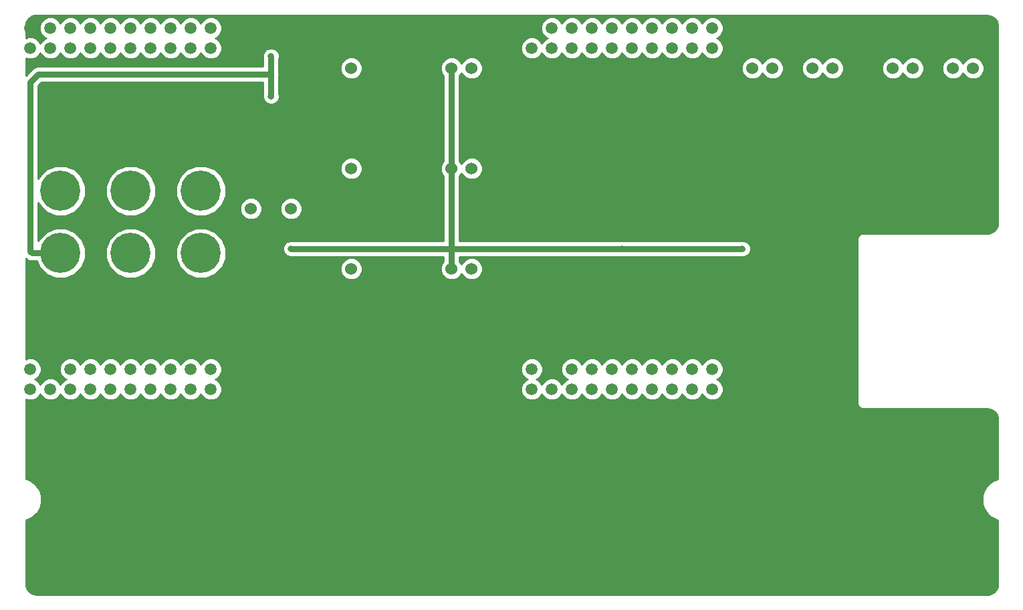
<source format=gbr>
G04 #@! TF.GenerationSoftware,KiCad,Pcbnew,(5.0.2)-1*
G04 #@! TF.CreationDate,2019-03-03T16:13:39-06:00*
G04 #@! TF.ProjectId,ArmDriveBoard_Hardware,41726d44-7269-4766-9542-6f6172645f48,rev?*
G04 #@! TF.SameCoordinates,Original*
G04 #@! TF.FileFunction,Copper,L2,Bot*
G04 #@! TF.FilePolarity,Positive*
%FSLAX46Y46*%
G04 Gerber Fmt 4.6, Leading zero omitted, Abs format (unit mm)*
G04 Created by KiCad (PCBNEW (5.0.2)-1) date 3/3/2019 4:13:39 PM*
%MOMM*%
%LPD*%
G01*
G04 APERTURE LIST*
G04 #@! TA.AperFunction,ComponentPad*
%ADD10C,1.520000*%
G04 #@! TD*
G04 #@! TA.AperFunction,ComponentPad*
%ADD11C,1.524000*%
G04 #@! TD*
G04 #@! TA.AperFunction,ComponentPad*
%ADD12C,5.080000*%
G04 #@! TD*
G04 #@! TA.AperFunction,ViaPad*
%ADD13C,0.800000*%
G04 #@! TD*
G04 #@! TA.AperFunction,Conductor*
%ADD14C,0.762000*%
G04 #@! TD*
G04 #@! TA.AperFunction,Conductor*
%ADD15C,0.254000*%
G04 #@! TD*
G04 APERTURE END LIST*
D10*
G04 #@! TO.P,U1,PP2*
G04 #@! TO.N,Solenoid_Control*
X144780000Y-76200000D03*
G04 #@! TO.P,U1,PN3*
G04 #@! TO.N,Laser_Control*
X142240000Y-76200000D03*
G04 #@! TO.P,U1,PN2*
G04 #@! TO.N,Net-(U1-PadPN2)*
X139700000Y-76200000D03*
G04 #@! TO.P,U1,PD0*
G04 #@! TO.N,Net-(U1-PadPD0)*
X137160000Y-76200000D03*
G04 #@! TO.P,U1,PD1*
G04 #@! TO.N,Net-(U1-PadPD1)*
X134620000Y-76200000D03*
G04 #@! TO.P,U1,Rese*
G04 #@! TO.N,Net-(U1-PadRese)*
X132080000Y-76200000D03*
G04 #@! TO.P,U1,PH3*
G04 #@! TO.N,Net-(U1-PadPH3)*
X129540000Y-76200000D03*
G04 #@! TO.P,U1,PH2*
G04 #@! TO.N,Net-(U1-PadPH2)*
X127000000Y-76200000D03*
G04 #@! TO.P,U1,PM3*
G04 #@! TO.N,Net-(U1-PadPM3)*
X124460000Y-76200000D03*
G04 #@! TO.P,U1,GND*
G04 #@! TO.N,GND*
X121920000Y-76200000D03*
G04 #@! TO.P,U1,PL3*
G04 #@! TO.N,Net-(U1-PadPL3)*
X144780000Y-78740000D03*
G04 #@! TO.P,U1,PL2*
G04 #@! TO.N,Net-(U1-PadPL2)*
X142240000Y-78740000D03*
G04 #@! TO.P,U1,PL1*
G04 #@! TO.N,Net-(U1-PadPL1)*
X139700000Y-78740000D03*
G04 #@! TO.P,U1,PL0*
G04 #@! TO.N,Net-(U1-PadPL0)*
X137160000Y-78740000D03*
G04 #@! TO.P,U1,PL5*
G04 #@! TO.N,Net-(U1-PadPL5)*
X134620000Y-78740000D03*
G04 #@! TO.P,U1,PL4*
G04 #@! TO.N,Net-(U1-PadPL4)*
X132080000Y-78740000D03*
G04 #@! TO.P,U1,PG0*
G04 #@! TO.N,Net-(U1-PadPG0)*
X129540000Y-78740000D03*
G04 #@! TO.P,U1,PF3*
G04 #@! TO.N,Net-(U1-PadPF3)*
X127000000Y-78740000D03*
G04 #@! TO.P,U1,PF2*
G04 #@! TO.N,Net-(U1-PadPF2)*
X124460000Y-78740000D03*
G04 #@! TO.P,U1,PF1*
G04 #@! TO.N,Net-(U1-PadPF1)*
X121920000Y-78740000D03*
G04 #@! TO.P,U1,PB3*
G04 #@! TO.N,Net-(U1-PadPB3)*
X144780000Y-121920000D03*
G04 #@! TO.P,U1,PB2*
G04 #@! TO.N,Net-(U1-PadPB2)*
X142240000Y-121920000D03*
G04 #@! TO.P,U1,PC7*
G04 #@! TO.N,Net-(U1-PadPC7)*
X139700000Y-121920000D03*
G04 #@! TO.P,U1,PD3*
G04 #@! TO.N,Net-(U1-PadPD3)*
X137160000Y-121920000D03*
G04 #@! TO.P,U1,PE5*
G04 #@! TO.N,Net-(U1-PadPE5)*
X134620000Y-121920000D03*
G04 #@! TO.P,U1,PC6*
G04 #@! TO.N,Net-(U1-PadPC6)*
X132080000Y-121920000D03*
G04 #@! TO.P,U1,PC5*
G04 #@! TO.N,TX_4_IC*
X129540000Y-121920000D03*
G04 #@! TO.P,U1,PC4*
G04 #@! TO.N,RX_4_IC*
X127000000Y-121920000D03*
G04 #@! TO.P,U1,PE4*
G04 #@! TO.N,Net-(U1-PadPE4)*
X124460000Y-121920000D03*
G04 #@! TO.P,U1,+3V3*
G04 #@! TO.N,Net-(U1-Pad+3V3)*
X121920000Y-121920000D03*
G04 #@! TO.P,U1,PM5*
G04 #@! TO.N,Net-(U1-PadPM5)*
X144780000Y-119380000D03*
G04 #@! TO.P,U1,PM4*
G04 #@! TO.N,Net-(U1-PadPM4)*
X142240000Y-119380000D03*
G04 #@! TO.P,U1,PA6*
G04 #@! TO.N,Net-(U1-PadPA6)*
X139700000Y-119380000D03*
G04 #@! TO.P,U1,PD7*
G04 #@! TO.N,Net-(U1-PadPD7)*
X137160000Y-119380000D03*
G04 #@! TO.P,U1,PE3*
G04 #@! TO.N,Net-(U1-PadPE3)*
X134620000Y-119380000D03*
G04 #@! TO.P,U1,PE2*
G04 #@! TO.N,Net-(U1-PadPE2)*
X132080000Y-119380000D03*
G04 #@! TO.P,U1,PE1*
G04 #@! TO.N,Net-(U1-PadPE1)*
X129540000Y-119380000D03*
G04 #@! TO.P,U1,PE0*
G04 #@! TO.N,Net-(U1-PadPE0)*
X127000000Y-119380000D03*
G04 #@! TO.P,U1,GND*
G04 #@! TO.N,GND*
X124460000Y-119380000D03*
G04 #@! TO.P,U1,+5V*
G04 #@! TO.N,+5V*
X121920000Y-119380000D03*
G04 #@! TO.P,U1,PP5*
G04 #@! TO.N,Net-(U1-PadPP5)*
X190500000Y-76200000D03*
G04 #@! TO.P,U1,PM7*
G04 #@! TO.N,Servo1_PWM*
X187960000Y-76200000D03*
G04 #@! TO.P,U1,GND*
G04 #@! TO.N,GND*
X185420000Y-76200000D03*
G04 #@! TO.P,U1,PK7*
G04 #@! TO.N,SW_IND_ERR*
X208280000Y-78740000D03*
G04 #@! TO.P,U1,PK6*
G04 #@! TO.N,SW_IND_3*
X205740000Y-78740000D03*
G04 #@! TO.P,U1,PH1*
G04 #@! TO.N,SW_IND_2*
X203200000Y-78740000D03*
G04 #@! TO.P,U1,PH0*
G04 #@! TO.N,SW_IND_1*
X200660000Y-78740000D03*
G04 #@! TO.P,U1,PM2*
G04 #@! TO.N,Net-(U1-PadPM2)*
X198120000Y-78740000D03*
G04 #@! TO.P,U1,PM1*
G04 #@! TO.N,Net-(U1-PadPM1)*
X195580000Y-78740000D03*
G04 #@! TO.P,U1,PM0*
G04 #@! TO.N,Net-(U1-PadPM0)*
X193040000Y-78740000D03*
G04 #@! TO.P,U1,PK5*
G04 #@! TO.N,Net-(U1-PadPK5)*
X190500000Y-78740000D03*
G04 #@! TO.P,U1,PK4*
G04 #@! TO.N,Net-(U1-PadPK4)*
X187960000Y-78740000D03*
G04 #@! TO.P,U1,PG1*
G04 #@! TO.N,Net-(U1-PadPG1)*
X185420000Y-78740000D03*
G04 #@! TO.P,U1,PN4*
G04 #@! TO.N,Net-(U1-PadPN4)*
X208280000Y-121920000D03*
G04 #@! TO.P,U1,PP4*
G04 #@! TO.N,Net-(U1-PadPP4)*
X203200000Y-121920000D03*
G04 #@! TO.P,U1,PD5*
G04 #@! TO.N,Net-(U1-PadPD5)*
X198120000Y-121920000D03*
G04 #@! TO.P,U1,PD4*
G04 #@! TO.N,Net-(U1-PadPD4)*
X195580000Y-121920000D03*
G04 #@! TO.P,U1,PP1*
G04 #@! TO.N,TX_2_IC*
X193040000Y-121920000D03*
G04 #@! TO.P,U1,PP0*
G04 #@! TO.N,RX_2_IC*
X190500000Y-121920000D03*
G04 #@! TO.P,U1,PD2*
G04 #@! TO.N,Net-(U1-PadPD2)*
X187960000Y-121920000D03*
G04 #@! TO.P,U1,PA5*
G04 #@! TO.N,TX_1_IC*
X208280000Y-119380000D03*
G04 #@! TO.P,U1,PK3*
G04 #@! TO.N,Net-(U1-PadPK3)*
X203200000Y-119380000D03*
G04 #@! TO.P,U1,PB5*
G04 #@! TO.N,Net-(U1-PadPB5)*
X193040000Y-119380000D03*
G04 #@! TO.P,U1,PB4*
G04 #@! TO.N,Net-(U1-PadPB4)*
X190500000Y-119380000D03*
G04 #@! TO.P,U1,GND*
G04 #@! TO.N,GND*
X187960000Y-119380000D03*
G04 #@! TO.P,U1,+5V`*
G04 #@! TO.N,N/C*
X185420000Y-119380000D03*
G04 #@! TO.P,U1,PK1*
G04 #@! TO.N,TX_3_IC*
X198120000Y-119380000D03*
G04 #@! TO.P,U1,PK2*
G04 #@! TO.N,Net-(U1-PadPK2)*
X200660000Y-119380000D03*
G04 #@! TO.P,U1,PN5*
G04 #@! TO.N,Net-(U1-PadPN5)*
X205740000Y-121920000D03*
G04 #@! TO.P,U1,PA7*
G04 #@! TO.N,Servo2_PWM*
X193040000Y-76200000D03*
G04 #@! TO.P,U1,Rese`*
G04 #@! TO.N,N/C*
X195580000Y-76200000D03*
G04 #@! TO.P,U1,PA4*
G04 #@! TO.N,RX_1_IC*
X205740000Y-119380000D03*
G04 #@! TO.P,U1,PQ0*
G04 #@! TO.N,Net-(U1-PadPQ0)*
X200660000Y-121920000D03*
G04 #@! TO.P,U1,PP3*
G04 #@! TO.N,Net-(U1-PadPP3)*
X203200000Y-76200000D03*
G04 #@! TO.P,U1,PQ3*
G04 #@! TO.N,Net-(U1-PadPQ3)*
X200660000Y-76200000D03*
G04 #@! TO.P,U1,PK0*
G04 #@! TO.N,RX_3_IC*
X195580000Y-119380000D03*
G04 #@! TO.P,U1,PQ2*
G04 #@! TO.N,Net-(U1-PadPQ2)*
X198120000Y-76200000D03*
G04 #@! TO.P,U1,PQ1*
G04 #@! TO.N,Net-(U1-PadPQ1)*
X205740000Y-76200000D03*
G04 #@! TO.P,U1,PM6*
G04 #@! TO.N,Servo3_PWM*
X208280000Y-76200000D03*
G04 #@! TO.P,U1,+3V3`*
G04 #@! TO.N,Net-(U1-Pad+3V3`)*
X185420000Y-121920000D03*
G04 #@! TD*
D11*
G04 #@! TO.P,Conn7,3*
G04 #@! TO.N,Servo1_PWM*
X177800000Y-81280000D03*
G04 #@! TO.P,Conn7,2*
G04 #@! TO.N,+5V*
X175260000Y-81280000D03*
G04 #@! TO.P,Conn7,1*
G04 #@! TO.N,GND*
X172720000Y-81280000D03*
G04 #@! TD*
G04 #@! TO.P,Conn2,5*
G04 #@! TO.N,RX_1_SL*
X241300000Y-81280000D03*
G04 #@! TO.P,Conn2,4*
G04 #@! TO.N,TX_1_SL*
X238760000Y-81280000D03*
G04 #@! TO.P,Conn2,3*
G04 #@! TO.N,GND*
X236220000Y-81280000D03*
G04 #@! TO.P,Conn2,2*
G04 #@! TO.N,RX_2_SL*
X233680000Y-81280000D03*
G04 #@! TO.P,Conn2,1*
G04 #@! TO.N,TX_2_SL*
X231140000Y-81280000D03*
G04 #@! TD*
G04 #@! TO.P,Conn3,5*
G04 #@! TO.N,RX_3_SL*
X223520000Y-81280000D03*
G04 #@! TO.P,Conn3,4*
G04 #@! TO.N,TX_3_SL*
X220980000Y-81280000D03*
G04 #@! TO.P,Conn3,3*
G04 #@! TO.N,GND*
X218440000Y-81280000D03*
G04 #@! TO.P,Conn3,2*
G04 #@! TO.N,RX_4_SL*
X215900000Y-81280000D03*
G04 #@! TO.P,Conn3,1*
G04 #@! TO.N,TX_4_SL*
X213360000Y-81280000D03*
G04 #@! TD*
G04 #@! TO.P,Conn4,2*
G04 #@! TO.N,GND*
X165100000Y-93980000D03*
G04 #@! TO.P,Conn4,1*
G04 #@! TO.N,Laser*
X162560000Y-93980000D03*
G04 #@! TD*
G04 #@! TO.P,Conn5,2*
G04 #@! TO.N,GND*
X165100000Y-106680000D03*
G04 #@! TO.P,Conn5,1*
G04 #@! TO.N,Laser*
X162560000Y-106680000D03*
G04 #@! TD*
G04 #@! TO.P,Conn6,2*
G04 #@! TO.N,GND*
X165100000Y-81280000D03*
G04 #@! TO.P,Conn6,1*
G04 #@! TO.N,Solenoid*
X162560000Y-81280000D03*
G04 #@! TD*
G04 #@! TO.P,Conn8,3*
G04 #@! TO.N,Servo2_PWM*
X177800000Y-93980000D03*
G04 #@! TO.P,Conn8,2*
G04 #@! TO.N,+5V*
X175260000Y-93980000D03*
G04 #@! TO.P,Conn8,1*
G04 #@! TO.N,GND*
X172720000Y-93980000D03*
G04 #@! TD*
G04 #@! TO.P,Conn9,3*
G04 #@! TO.N,Servo3_PWM*
X177800000Y-106680000D03*
G04 #@! TO.P,Conn9,2*
G04 #@! TO.N,+5V*
X175260000Y-106680000D03*
G04 #@! TO.P,Conn9,1*
G04 #@! TO.N,GND*
X172720000Y-106680000D03*
G04 #@! TD*
G04 #@! TO.P,U3,3*
G04 #@! TO.N,+5V*
X154940000Y-99060000D03*
G04 #@! TO.P,U3,2*
G04 #@! TO.N,GND*
X152400000Y-99060000D03*
G04 #@! TO.P,U3,1*
G04 #@! TO.N,/V+Log*
X149860000Y-99060000D03*
G04 #@! TD*
D12*
G04 #@! TO.P,Conn10,3*
G04 #@! TO.N,+12V*
X125730000Y-104700000D03*
G04 #@! TO.P,Conn10,2*
G04 #@! TO.N,/V+Log*
X125730000Y-96800000D03*
G04 #@! TO.P,Conn10,1*
G04 #@! TO.N,GND*
X125730000Y-88900000D03*
G04 #@! TD*
G04 #@! TO.P,Conn11,1*
G04 #@! TO.N,GND*
X134620000Y-88900000D03*
G04 #@! TO.P,Conn11,2*
G04 #@! TO.N,/V+Log*
X134620000Y-96800000D03*
G04 #@! TO.P,Conn11,3*
G04 #@! TO.N,+12V*
X134620000Y-104700000D03*
G04 #@! TD*
G04 #@! TO.P,Conn12,1*
G04 #@! TO.N,GND*
X143510000Y-88900000D03*
G04 #@! TO.P,Conn12,2*
G04 #@! TO.N,/V+Log*
X143510000Y-96800000D03*
G04 #@! TO.P,Conn12,3*
G04 #@! TO.N,+12V*
X143510000Y-104700000D03*
G04 #@! TD*
D13*
G04 #@! TO.N,GND*
X200025000Y-113919000D03*
X217170000Y-116840000D03*
X215138000Y-102108000D03*
X196850000Y-102362000D03*
X222250000Y-116840000D03*
X209550000Y-114808000D03*
X126492000Y-113792000D03*
X168656000Y-106680000D03*
X168910000Y-93980000D03*
X169164000Y-81280000D03*
X212090000Y-86360000D03*
X218440000Y-86360000D03*
X236220000Y-86106000D03*
X227076000Y-86360000D03*
X243078000Y-86106000D03*
X189230000Y-101346000D03*
G04 #@! TO.N,+5V*
X196850000Y-104140000D03*
X212090000Y-104140000D03*
X154940000Y-104140000D03*
G04 #@! TO.N,+12V*
X152400000Y-84836000D03*
X152400000Y-79756000D03*
G04 #@! TD*
D14*
G04 #@! TO.N,+5V*
X212090000Y-104140000D02*
X196850000Y-104140000D01*
X196850000Y-104140000D02*
X172720000Y-104140000D01*
X175260000Y-106680000D02*
X175260000Y-105602370D01*
X175260000Y-104140000D02*
X171196000Y-104140000D01*
X171196000Y-104140000D02*
X154940000Y-104140000D01*
X172154315Y-104140000D02*
X171196000Y-104140000D01*
X175260000Y-104140000D02*
X175260000Y-81280000D01*
X175260000Y-105602370D02*
X175260000Y-104140000D01*
G04 #@! TO.N,+12V*
X122137898Y-104700000D02*
X121920000Y-104482102D01*
X125730000Y-104700000D02*
X122137898Y-104700000D01*
X121920000Y-104482102D02*
X121920000Y-83058000D01*
X122936000Y-82042000D02*
X152400000Y-82042000D01*
X121920000Y-83058000D02*
X122936000Y-82042000D01*
X152400000Y-79756000D02*
X152400000Y-82042000D01*
X152400000Y-82042000D02*
X152400000Y-84836000D01*
G04 #@! TD*
D15*
G04 #@! TO.N,GND*
G36*
X243453543Y-74659772D02*
X243798894Y-74816794D01*
X244086293Y-75064434D01*
X244292637Y-75382783D01*
X244408368Y-75769761D01*
X244425000Y-75986354D01*
X244425001Y-100789189D01*
X244364228Y-101213543D01*
X244207206Y-101558894D01*
X243959568Y-101846292D01*
X243641217Y-102052637D01*
X243254238Y-102168368D01*
X243037529Y-102185009D01*
X243037451Y-102185026D01*
X227447353Y-102194924D01*
X227330000Y-102171581D01*
X227062727Y-102224745D01*
X226836143Y-102376144D01*
X226684745Y-102602728D01*
X226682716Y-102612927D01*
X226682576Y-102613137D01*
X226653019Y-102762225D01*
X226645000Y-102802539D01*
X226645000Y-102802673D01*
X226629582Y-102880443D01*
X226645000Y-102957699D01*
X226645001Y-123630533D01*
X226631581Y-123698000D01*
X226684745Y-123965273D01*
X226836143Y-124191857D01*
X227062727Y-124343255D01*
X227262538Y-124383000D01*
X227262539Y-124383000D01*
X227330000Y-124396419D01*
X227397462Y-124383000D01*
X243029196Y-124383000D01*
X243453543Y-124443772D01*
X243798894Y-124600794D01*
X244086293Y-124848434D01*
X244292637Y-125166783D01*
X244408368Y-125553761D01*
X244425000Y-125770354D01*
X244425001Y-133267689D01*
X244410515Y-133269944D01*
X244321614Y-133297124D01*
X244232381Y-133323217D01*
X244224786Y-133326727D01*
X244224783Y-133326728D01*
X244224780Y-133326730D01*
X243703269Y-133571578D01*
X243625593Y-133622601D01*
X243547246Y-133672706D01*
X243540939Y-133678208D01*
X243109107Y-134059589D01*
X243048845Y-134130396D01*
X242987739Y-134200444D01*
X242983233Y-134207491D01*
X242983230Y-134207494D01*
X242983230Y-134207495D01*
X242675797Y-134694748D01*
X242637854Y-134779571D01*
X242598841Y-134864003D01*
X242596492Y-134872036D01*
X242438171Y-135425988D01*
X242425546Y-135518155D01*
X242411813Y-135610042D01*
X242411813Y-135618403D01*
X242411812Y-135618410D01*
X242411813Y-135618417D01*
X242415333Y-136194534D01*
X242429070Y-136286455D01*
X242441691Y-136378585D01*
X242444039Y-136386616D01*
X242444040Y-136386620D01*
X242444042Y-136386624D01*
X242609116Y-136938595D01*
X242648094Y-137022951D01*
X242686072Y-137107853D01*
X242690582Y-137114904D01*
X243003945Y-137598363D01*
X243065045Y-137668404D01*
X243125312Y-137739217D01*
X243131615Y-137744715D01*
X243131619Y-137744719D01*
X243131624Y-137744722D01*
X243568078Y-138120795D01*
X243646393Y-138170880D01*
X243724100Y-138221924D01*
X243731691Y-138225431D01*
X243731697Y-138225435D01*
X243731703Y-138225437D01*
X244256164Y-138463895D01*
X244345358Y-138489977D01*
X244425000Y-138514326D01*
X244425001Y-146509189D01*
X244364228Y-146933543D01*
X244207206Y-147278894D01*
X243959568Y-147566292D01*
X243641217Y-147772637D01*
X243254238Y-147888368D01*
X243037646Y-147905000D01*
X122730804Y-147905000D01*
X122306457Y-147844228D01*
X121961106Y-147687206D01*
X121673708Y-147439568D01*
X121467363Y-147121217D01*
X121351632Y-146734238D01*
X121335000Y-146517646D01*
X121335000Y-138512311D01*
X121349485Y-138510056D01*
X121438386Y-138482876D01*
X121527619Y-138456783D01*
X121535214Y-138453273D01*
X121535217Y-138453272D01*
X121535220Y-138453270D01*
X122056731Y-138208422D01*
X122134407Y-138157399D01*
X122212754Y-138107294D01*
X122219061Y-138101792D01*
X122650893Y-137720411D01*
X122711155Y-137649604D01*
X122772261Y-137579556D01*
X122776767Y-137572509D01*
X122776770Y-137572506D01*
X122776772Y-137572503D01*
X123084203Y-137085252D01*
X123122160Y-137000397D01*
X123161159Y-136915997D01*
X123163508Y-136907965D01*
X123321829Y-136354012D01*
X123334454Y-136261845D01*
X123348187Y-136169958D01*
X123348187Y-136161597D01*
X123348188Y-136161590D01*
X123348187Y-136161583D01*
X123344667Y-135585466D01*
X123330925Y-135493518D01*
X123318309Y-135401414D01*
X123315960Y-135393382D01*
X123150884Y-134841404D01*
X123111899Y-134757032D01*
X123073928Y-134672147D01*
X123069419Y-134665096D01*
X122756055Y-134181637D01*
X122694955Y-134111596D01*
X122634688Y-134040783D01*
X122628385Y-134035285D01*
X122628381Y-134035281D01*
X122628376Y-134035278D01*
X122191922Y-133659205D01*
X122113607Y-133609120D01*
X122035900Y-133558076D01*
X122028309Y-133554569D01*
X122028303Y-133554565D01*
X122028297Y-133554563D01*
X121503836Y-133316105D01*
X121414642Y-133290023D01*
X121335000Y-133265674D01*
X121335000Y-123187622D01*
X121642517Y-123315000D01*
X122197483Y-123315000D01*
X122710204Y-123102624D01*
X123102624Y-122710204D01*
X123190000Y-122499260D01*
X123277376Y-122710204D01*
X123669796Y-123102624D01*
X124182517Y-123315000D01*
X124737483Y-123315000D01*
X125250204Y-123102624D01*
X125642624Y-122710204D01*
X125730000Y-122499260D01*
X125817376Y-122710204D01*
X126209796Y-123102624D01*
X126722517Y-123315000D01*
X127277483Y-123315000D01*
X127790204Y-123102624D01*
X128182624Y-122710204D01*
X128270000Y-122499260D01*
X128357376Y-122710204D01*
X128749796Y-123102624D01*
X129262517Y-123315000D01*
X129817483Y-123315000D01*
X130330204Y-123102624D01*
X130722624Y-122710204D01*
X130810000Y-122499260D01*
X130897376Y-122710204D01*
X131289796Y-123102624D01*
X131802517Y-123315000D01*
X132357483Y-123315000D01*
X132870204Y-123102624D01*
X133262624Y-122710204D01*
X133350000Y-122499260D01*
X133437376Y-122710204D01*
X133829796Y-123102624D01*
X134342517Y-123315000D01*
X134897483Y-123315000D01*
X135410204Y-123102624D01*
X135802624Y-122710204D01*
X135890000Y-122499260D01*
X135977376Y-122710204D01*
X136369796Y-123102624D01*
X136882517Y-123315000D01*
X137437483Y-123315000D01*
X137950204Y-123102624D01*
X138342624Y-122710204D01*
X138430000Y-122499260D01*
X138517376Y-122710204D01*
X138909796Y-123102624D01*
X139422517Y-123315000D01*
X139977483Y-123315000D01*
X140490204Y-123102624D01*
X140882624Y-122710204D01*
X140970000Y-122499260D01*
X141057376Y-122710204D01*
X141449796Y-123102624D01*
X141962517Y-123315000D01*
X142517483Y-123315000D01*
X143030204Y-123102624D01*
X143422624Y-122710204D01*
X143510000Y-122499260D01*
X143597376Y-122710204D01*
X143989796Y-123102624D01*
X144502517Y-123315000D01*
X145057483Y-123315000D01*
X145570204Y-123102624D01*
X145962624Y-122710204D01*
X146175000Y-122197483D01*
X146175000Y-121642517D01*
X145962624Y-121129796D01*
X145570204Y-120737376D01*
X145359260Y-120650000D01*
X145570204Y-120562624D01*
X145962624Y-120170204D01*
X146175000Y-119657483D01*
X146175000Y-119102517D01*
X184025000Y-119102517D01*
X184025000Y-119657483D01*
X184237376Y-120170204D01*
X184629796Y-120562624D01*
X184840740Y-120650000D01*
X184629796Y-120737376D01*
X184237376Y-121129796D01*
X184025000Y-121642517D01*
X184025000Y-122197483D01*
X184237376Y-122710204D01*
X184629796Y-123102624D01*
X185142517Y-123315000D01*
X185697483Y-123315000D01*
X186210204Y-123102624D01*
X186602624Y-122710204D01*
X186690000Y-122499260D01*
X186777376Y-122710204D01*
X187169796Y-123102624D01*
X187682517Y-123315000D01*
X188237483Y-123315000D01*
X188750204Y-123102624D01*
X189142624Y-122710204D01*
X189230000Y-122499260D01*
X189317376Y-122710204D01*
X189709796Y-123102624D01*
X190222517Y-123315000D01*
X190777483Y-123315000D01*
X191290204Y-123102624D01*
X191682624Y-122710204D01*
X191770000Y-122499260D01*
X191857376Y-122710204D01*
X192249796Y-123102624D01*
X192762517Y-123315000D01*
X193317483Y-123315000D01*
X193830204Y-123102624D01*
X194222624Y-122710204D01*
X194310000Y-122499260D01*
X194397376Y-122710204D01*
X194789796Y-123102624D01*
X195302517Y-123315000D01*
X195857483Y-123315000D01*
X196370204Y-123102624D01*
X196762624Y-122710204D01*
X196850000Y-122499260D01*
X196937376Y-122710204D01*
X197329796Y-123102624D01*
X197842517Y-123315000D01*
X198397483Y-123315000D01*
X198910204Y-123102624D01*
X199302624Y-122710204D01*
X199390000Y-122499260D01*
X199477376Y-122710204D01*
X199869796Y-123102624D01*
X200382517Y-123315000D01*
X200937483Y-123315000D01*
X201450204Y-123102624D01*
X201842624Y-122710204D01*
X201930000Y-122499260D01*
X202017376Y-122710204D01*
X202409796Y-123102624D01*
X202922517Y-123315000D01*
X203477483Y-123315000D01*
X203990204Y-123102624D01*
X204382624Y-122710204D01*
X204470000Y-122499260D01*
X204557376Y-122710204D01*
X204949796Y-123102624D01*
X205462517Y-123315000D01*
X206017483Y-123315000D01*
X206530204Y-123102624D01*
X206922624Y-122710204D01*
X207010000Y-122499260D01*
X207097376Y-122710204D01*
X207489796Y-123102624D01*
X208002517Y-123315000D01*
X208557483Y-123315000D01*
X209070204Y-123102624D01*
X209462624Y-122710204D01*
X209675000Y-122197483D01*
X209675000Y-121642517D01*
X209462624Y-121129796D01*
X209070204Y-120737376D01*
X208859260Y-120650000D01*
X209070204Y-120562624D01*
X209462624Y-120170204D01*
X209675000Y-119657483D01*
X209675000Y-119102517D01*
X209462624Y-118589796D01*
X209070204Y-118197376D01*
X208557483Y-117985000D01*
X208002517Y-117985000D01*
X207489796Y-118197376D01*
X207097376Y-118589796D01*
X207010000Y-118800740D01*
X206922624Y-118589796D01*
X206530204Y-118197376D01*
X206017483Y-117985000D01*
X205462517Y-117985000D01*
X204949796Y-118197376D01*
X204557376Y-118589796D01*
X204470000Y-118800740D01*
X204382624Y-118589796D01*
X203990204Y-118197376D01*
X203477483Y-117985000D01*
X202922517Y-117985000D01*
X202409796Y-118197376D01*
X202017376Y-118589796D01*
X201930000Y-118800740D01*
X201842624Y-118589796D01*
X201450204Y-118197376D01*
X200937483Y-117985000D01*
X200382517Y-117985000D01*
X199869796Y-118197376D01*
X199477376Y-118589796D01*
X199390000Y-118800740D01*
X199302624Y-118589796D01*
X198910204Y-118197376D01*
X198397483Y-117985000D01*
X197842517Y-117985000D01*
X197329796Y-118197376D01*
X196937376Y-118589796D01*
X196850000Y-118800740D01*
X196762624Y-118589796D01*
X196370204Y-118197376D01*
X195857483Y-117985000D01*
X195302517Y-117985000D01*
X194789796Y-118197376D01*
X194397376Y-118589796D01*
X194310000Y-118800740D01*
X194222624Y-118589796D01*
X193830204Y-118197376D01*
X193317483Y-117985000D01*
X192762517Y-117985000D01*
X192249796Y-118197376D01*
X191857376Y-118589796D01*
X191770000Y-118800740D01*
X191682624Y-118589796D01*
X191290204Y-118197376D01*
X190777483Y-117985000D01*
X190222517Y-117985000D01*
X189709796Y-118197376D01*
X189317376Y-118589796D01*
X189105000Y-119102517D01*
X189105000Y-119657483D01*
X189317376Y-120170204D01*
X189709796Y-120562624D01*
X189920740Y-120650000D01*
X189709796Y-120737376D01*
X189317376Y-121129796D01*
X189230000Y-121340740D01*
X189142624Y-121129796D01*
X188750204Y-120737376D01*
X188237483Y-120525000D01*
X187682517Y-120525000D01*
X187169796Y-120737376D01*
X186777376Y-121129796D01*
X186690000Y-121340740D01*
X186602624Y-121129796D01*
X186210204Y-120737376D01*
X185999260Y-120650000D01*
X186210204Y-120562624D01*
X186602624Y-120170204D01*
X186815000Y-119657483D01*
X186815000Y-119102517D01*
X186602624Y-118589796D01*
X186210204Y-118197376D01*
X185697483Y-117985000D01*
X185142517Y-117985000D01*
X184629796Y-118197376D01*
X184237376Y-118589796D01*
X184025000Y-119102517D01*
X146175000Y-119102517D01*
X145962624Y-118589796D01*
X145570204Y-118197376D01*
X145057483Y-117985000D01*
X144502517Y-117985000D01*
X143989796Y-118197376D01*
X143597376Y-118589796D01*
X143510000Y-118800740D01*
X143422624Y-118589796D01*
X143030204Y-118197376D01*
X142517483Y-117985000D01*
X141962517Y-117985000D01*
X141449796Y-118197376D01*
X141057376Y-118589796D01*
X140970000Y-118800740D01*
X140882624Y-118589796D01*
X140490204Y-118197376D01*
X139977483Y-117985000D01*
X139422517Y-117985000D01*
X138909796Y-118197376D01*
X138517376Y-118589796D01*
X138430000Y-118800740D01*
X138342624Y-118589796D01*
X137950204Y-118197376D01*
X137437483Y-117985000D01*
X136882517Y-117985000D01*
X136369796Y-118197376D01*
X135977376Y-118589796D01*
X135890000Y-118800740D01*
X135802624Y-118589796D01*
X135410204Y-118197376D01*
X134897483Y-117985000D01*
X134342517Y-117985000D01*
X133829796Y-118197376D01*
X133437376Y-118589796D01*
X133350000Y-118800740D01*
X133262624Y-118589796D01*
X132870204Y-118197376D01*
X132357483Y-117985000D01*
X131802517Y-117985000D01*
X131289796Y-118197376D01*
X130897376Y-118589796D01*
X130810000Y-118800740D01*
X130722624Y-118589796D01*
X130330204Y-118197376D01*
X129817483Y-117985000D01*
X129262517Y-117985000D01*
X128749796Y-118197376D01*
X128357376Y-118589796D01*
X128270000Y-118800740D01*
X128182624Y-118589796D01*
X127790204Y-118197376D01*
X127277483Y-117985000D01*
X126722517Y-117985000D01*
X126209796Y-118197376D01*
X125817376Y-118589796D01*
X125605000Y-119102517D01*
X125605000Y-119657483D01*
X125817376Y-120170204D01*
X126209796Y-120562624D01*
X126420740Y-120650000D01*
X126209796Y-120737376D01*
X125817376Y-121129796D01*
X125730000Y-121340740D01*
X125642624Y-121129796D01*
X125250204Y-120737376D01*
X124737483Y-120525000D01*
X124182517Y-120525000D01*
X123669796Y-120737376D01*
X123277376Y-121129796D01*
X123190000Y-121340740D01*
X123102624Y-121129796D01*
X122710204Y-120737376D01*
X122499260Y-120650000D01*
X122710204Y-120562624D01*
X123102624Y-120170204D01*
X123315000Y-119657483D01*
X123315000Y-119102517D01*
X123102624Y-118589796D01*
X122710204Y-118197376D01*
X122197483Y-117985000D01*
X121642517Y-117985000D01*
X121335000Y-118112378D01*
X121335000Y-105333942D01*
X121348718Y-105347660D01*
X121405403Y-105432495D01*
X121741475Y-105657051D01*
X122037833Y-105716000D01*
X122037834Y-105716000D01*
X122137897Y-105735904D01*
X122237961Y-105716000D01*
X122714246Y-105716000D01*
X123038365Y-106498493D01*
X123931507Y-107391635D01*
X125098453Y-107875000D01*
X126361547Y-107875000D01*
X127528493Y-107391635D01*
X128421635Y-106498493D01*
X128905000Y-105331547D01*
X128905000Y-104068453D01*
X131445000Y-104068453D01*
X131445000Y-105331547D01*
X131928365Y-106498493D01*
X132821507Y-107391635D01*
X133988453Y-107875000D01*
X135251547Y-107875000D01*
X136418493Y-107391635D01*
X137311635Y-106498493D01*
X137795000Y-105331547D01*
X137795000Y-104068453D01*
X140335000Y-104068453D01*
X140335000Y-105331547D01*
X140818365Y-106498493D01*
X141711507Y-107391635D01*
X142878453Y-107875000D01*
X144141547Y-107875000D01*
X145308493Y-107391635D01*
X146201635Y-106498493D01*
X146241554Y-106402119D01*
X161163000Y-106402119D01*
X161163000Y-106957881D01*
X161375680Y-107471337D01*
X161768663Y-107864320D01*
X162282119Y-108077000D01*
X162837881Y-108077000D01*
X163351337Y-107864320D01*
X163744320Y-107471337D01*
X163957000Y-106957881D01*
X163957000Y-106402119D01*
X163744320Y-105888663D01*
X163351337Y-105495680D01*
X162837881Y-105283000D01*
X162282119Y-105283000D01*
X161768663Y-105495680D01*
X161375680Y-105888663D01*
X161163000Y-106402119D01*
X146241554Y-106402119D01*
X146685000Y-105331547D01*
X146685000Y-104140000D01*
X153904096Y-104140000D01*
X153905000Y-104144545D01*
X153905000Y-104345874D01*
X153982045Y-104531877D01*
X153982949Y-104536423D01*
X153985524Y-104540277D01*
X154062569Y-104726280D01*
X154204930Y-104868641D01*
X154207505Y-104872495D01*
X154211359Y-104875070D01*
X154353720Y-105017431D01*
X154539723Y-105094476D01*
X154543577Y-105097051D01*
X154548123Y-105097955D01*
X154734126Y-105175000D01*
X155145874Y-105175000D01*
X155191744Y-105156000D01*
X174244000Y-105156000D01*
X174244000Y-105702434D01*
X174244001Y-105702438D01*
X174244001Y-105720342D01*
X174075680Y-105888663D01*
X173863000Y-106402119D01*
X173863000Y-106957881D01*
X174075680Y-107471337D01*
X174468663Y-107864320D01*
X174982119Y-108077000D01*
X175537881Y-108077000D01*
X176051337Y-107864320D01*
X176444320Y-107471337D01*
X176530000Y-107264487D01*
X176615680Y-107471337D01*
X177008663Y-107864320D01*
X177522119Y-108077000D01*
X178077881Y-108077000D01*
X178591337Y-107864320D01*
X178984320Y-107471337D01*
X179197000Y-106957881D01*
X179197000Y-106402119D01*
X178984320Y-105888663D01*
X178591337Y-105495680D01*
X178077881Y-105283000D01*
X177522119Y-105283000D01*
X177008663Y-105495680D01*
X176615680Y-105888663D01*
X176530000Y-106095513D01*
X176444320Y-105888663D01*
X176276000Y-105720343D01*
X176276000Y-105156000D01*
X196598256Y-105156000D01*
X196644126Y-105175000D01*
X197055874Y-105175000D01*
X197101744Y-105156000D01*
X211838256Y-105156000D01*
X211884126Y-105175000D01*
X212295874Y-105175000D01*
X212481877Y-105097955D01*
X212486423Y-105097051D01*
X212490277Y-105094476D01*
X212676280Y-105017431D01*
X212818641Y-104875070D01*
X212822495Y-104872495D01*
X212825070Y-104868641D01*
X212967431Y-104726280D01*
X213044476Y-104540277D01*
X213047051Y-104536423D01*
X213047955Y-104531877D01*
X213125000Y-104345874D01*
X213125000Y-104144545D01*
X213125904Y-104140000D01*
X213125000Y-104135455D01*
X213125000Y-103934126D01*
X213047955Y-103748123D01*
X213047051Y-103743577D01*
X213044476Y-103739723D01*
X212967431Y-103553720D01*
X212825070Y-103411359D01*
X212822495Y-103407505D01*
X212818641Y-103404930D01*
X212676280Y-103262569D01*
X212490277Y-103185524D01*
X212486423Y-103182949D01*
X212481877Y-103182045D01*
X212295874Y-103105000D01*
X211884126Y-103105000D01*
X211838256Y-103124000D01*
X197101744Y-103124000D01*
X197055874Y-103105000D01*
X196644126Y-103105000D01*
X196598256Y-103124000D01*
X176276000Y-103124000D01*
X176276000Y-94939657D01*
X176444320Y-94771337D01*
X176530000Y-94564487D01*
X176615680Y-94771337D01*
X177008663Y-95164320D01*
X177522119Y-95377000D01*
X178077881Y-95377000D01*
X178591337Y-95164320D01*
X178984320Y-94771337D01*
X179197000Y-94257881D01*
X179197000Y-93702119D01*
X178984320Y-93188663D01*
X178591337Y-92795680D01*
X178077881Y-92583000D01*
X177522119Y-92583000D01*
X177008663Y-92795680D01*
X176615680Y-93188663D01*
X176530000Y-93395513D01*
X176444320Y-93188663D01*
X176276000Y-93020343D01*
X176276000Y-82239657D01*
X176444320Y-82071337D01*
X176530000Y-81864487D01*
X176615680Y-82071337D01*
X177008663Y-82464320D01*
X177522119Y-82677000D01*
X178077881Y-82677000D01*
X178591337Y-82464320D01*
X178984320Y-82071337D01*
X179197000Y-81557881D01*
X179197000Y-81002119D01*
X211963000Y-81002119D01*
X211963000Y-81557881D01*
X212175680Y-82071337D01*
X212568663Y-82464320D01*
X213082119Y-82677000D01*
X213637881Y-82677000D01*
X214151337Y-82464320D01*
X214544320Y-82071337D01*
X214630000Y-81864487D01*
X214715680Y-82071337D01*
X215108663Y-82464320D01*
X215622119Y-82677000D01*
X216177881Y-82677000D01*
X216691337Y-82464320D01*
X217084320Y-82071337D01*
X217297000Y-81557881D01*
X217297000Y-81002119D01*
X219583000Y-81002119D01*
X219583000Y-81557881D01*
X219795680Y-82071337D01*
X220188663Y-82464320D01*
X220702119Y-82677000D01*
X221257881Y-82677000D01*
X221771337Y-82464320D01*
X222164320Y-82071337D01*
X222250000Y-81864487D01*
X222335680Y-82071337D01*
X222728663Y-82464320D01*
X223242119Y-82677000D01*
X223797881Y-82677000D01*
X224311337Y-82464320D01*
X224704320Y-82071337D01*
X224917000Y-81557881D01*
X224917000Y-81002119D01*
X229743000Y-81002119D01*
X229743000Y-81557881D01*
X229955680Y-82071337D01*
X230348663Y-82464320D01*
X230862119Y-82677000D01*
X231417881Y-82677000D01*
X231931337Y-82464320D01*
X232324320Y-82071337D01*
X232410000Y-81864487D01*
X232495680Y-82071337D01*
X232888663Y-82464320D01*
X233402119Y-82677000D01*
X233957881Y-82677000D01*
X234471337Y-82464320D01*
X234864320Y-82071337D01*
X235077000Y-81557881D01*
X235077000Y-81002119D01*
X237363000Y-81002119D01*
X237363000Y-81557881D01*
X237575680Y-82071337D01*
X237968663Y-82464320D01*
X238482119Y-82677000D01*
X239037881Y-82677000D01*
X239551337Y-82464320D01*
X239944320Y-82071337D01*
X240030000Y-81864487D01*
X240115680Y-82071337D01*
X240508663Y-82464320D01*
X241022119Y-82677000D01*
X241577881Y-82677000D01*
X242091337Y-82464320D01*
X242484320Y-82071337D01*
X242697000Y-81557881D01*
X242697000Y-81002119D01*
X242484320Y-80488663D01*
X242091337Y-80095680D01*
X241577881Y-79883000D01*
X241022119Y-79883000D01*
X240508663Y-80095680D01*
X240115680Y-80488663D01*
X240030000Y-80695513D01*
X239944320Y-80488663D01*
X239551337Y-80095680D01*
X239037881Y-79883000D01*
X238482119Y-79883000D01*
X237968663Y-80095680D01*
X237575680Y-80488663D01*
X237363000Y-81002119D01*
X235077000Y-81002119D01*
X234864320Y-80488663D01*
X234471337Y-80095680D01*
X233957881Y-79883000D01*
X233402119Y-79883000D01*
X232888663Y-80095680D01*
X232495680Y-80488663D01*
X232410000Y-80695513D01*
X232324320Y-80488663D01*
X231931337Y-80095680D01*
X231417881Y-79883000D01*
X230862119Y-79883000D01*
X230348663Y-80095680D01*
X229955680Y-80488663D01*
X229743000Y-81002119D01*
X224917000Y-81002119D01*
X224704320Y-80488663D01*
X224311337Y-80095680D01*
X223797881Y-79883000D01*
X223242119Y-79883000D01*
X222728663Y-80095680D01*
X222335680Y-80488663D01*
X222250000Y-80695513D01*
X222164320Y-80488663D01*
X221771337Y-80095680D01*
X221257881Y-79883000D01*
X220702119Y-79883000D01*
X220188663Y-80095680D01*
X219795680Y-80488663D01*
X219583000Y-81002119D01*
X217297000Y-81002119D01*
X217084320Y-80488663D01*
X216691337Y-80095680D01*
X216177881Y-79883000D01*
X215622119Y-79883000D01*
X215108663Y-80095680D01*
X214715680Y-80488663D01*
X214630000Y-80695513D01*
X214544320Y-80488663D01*
X214151337Y-80095680D01*
X213637881Y-79883000D01*
X213082119Y-79883000D01*
X212568663Y-80095680D01*
X212175680Y-80488663D01*
X211963000Y-81002119D01*
X179197000Y-81002119D01*
X178984320Y-80488663D01*
X178591337Y-80095680D01*
X178077881Y-79883000D01*
X177522119Y-79883000D01*
X177008663Y-80095680D01*
X176615680Y-80488663D01*
X176530000Y-80695513D01*
X176444320Y-80488663D01*
X176051337Y-80095680D01*
X175537881Y-79883000D01*
X174982119Y-79883000D01*
X174468663Y-80095680D01*
X174075680Y-80488663D01*
X173863000Y-81002119D01*
X173863000Y-81557881D01*
X174075680Y-82071337D01*
X174244001Y-82239658D01*
X174244000Y-93020343D01*
X174075680Y-93188663D01*
X173863000Y-93702119D01*
X173863000Y-94257881D01*
X174075680Y-94771337D01*
X174244000Y-94939657D01*
X174244000Y-103124000D01*
X155191744Y-103124000D01*
X155145874Y-103105000D01*
X154734126Y-103105000D01*
X154548123Y-103182045D01*
X154543577Y-103182949D01*
X154539723Y-103185524D01*
X154353720Y-103262569D01*
X154211359Y-103404930D01*
X154207505Y-103407505D01*
X154204930Y-103411359D01*
X154062569Y-103553720D01*
X153985524Y-103739723D01*
X153982949Y-103743577D01*
X153982045Y-103748123D01*
X153905000Y-103934126D01*
X153905000Y-104135455D01*
X153904096Y-104140000D01*
X146685000Y-104140000D01*
X146685000Y-104068453D01*
X146201635Y-102901507D01*
X145308493Y-102008365D01*
X144141547Y-101525000D01*
X142878453Y-101525000D01*
X141711507Y-102008365D01*
X140818365Y-102901507D01*
X140335000Y-104068453D01*
X137795000Y-104068453D01*
X137311635Y-102901507D01*
X136418493Y-102008365D01*
X135251547Y-101525000D01*
X133988453Y-101525000D01*
X132821507Y-102008365D01*
X131928365Y-102901507D01*
X131445000Y-104068453D01*
X128905000Y-104068453D01*
X128421635Y-102901507D01*
X127528493Y-102008365D01*
X126361547Y-101525000D01*
X125098453Y-101525000D01*
X123931507Y-102008365D01*
X123038365Y-102901507D01*
X122936000Y-103148638D01*
X122936000Y-98351362D01*
X123038365Y-98598493D01*
X123931507Y-99491635D01*
X125098453Y-99975000D01*
X126361547Y-99975000D01*
X127528493Y-99491635D01*
X128421635Y-98598493D01*
X128905000Y-97431547D01*
X128905000Y-96168453D01*
X131445000Y-96168453D01*
X131445000Y-97431547D01*
X131928365Y-98598493D01*
X132821507Y-99491635D01*
X133988453Y-99975000D01*
X135251547Y-99975000D01*
X136418493Y-99491635D01*
X137311635Y-98598493D01*
X137795000Y-97431547D01*
X137795000Y-96168453D01*
X140335000Y-96168453D01*
X140335000Y-97431547D01*
X140818365Y-98598493D01*
X141711507Y-99491635D01*
X142878453Y-99975000D01*
X144141547Y-99975000D01*
X145308493Y-99491635D01*
X146018009Y-98782119D01*
X148463000Y-98782119D01*
X148463000Y-99337881D01*
X148675680Y-99851337D01*
X149068663Y-100244320D01*
X149582119Y-100457000D01*
X150137881Y-100457000D01*
X150651337Y-100244320D01*
X151044320Y-99851337D01*
X151257000Y-99337881D01*
X151257000Y-98782119D01*
X153543000Y-98782119D01*
X153543000Y-99337881D01*
X153755680Y-99851337D01*
X154148663Y-100244320D01*
X154662119Y-100457000D01*
X155217881Y-100457000D01*
X155731337Y-100244320D01*
X156124320Y-99851337D01*
X156337000Y-99337881D01*
X156337000Y-98782119D01*
X156124320Y-98268663D01*
X155731337Y-97875680D01*
X155217881Y-97663000D01*
X154662119Y-97663000D01*
X154148663Y-97875680D01*
X153755680Y-98268663D01*
X153543000Y-98782119D01*
X151257000Y-98782119D01*
X151044320Y-98268663D01*
X150651337Y-97875680D01*
X150137881Y-97663000D01*
X149582119Y-97663000D01*
X149068663Y-97875680D01*
X148675680Y-98268663D01*
X148463000Y-98782119D01*
X146018009Y-98782119D01*
X146201635Y-98598493D01*
X146685000Y-97431547D01*
X146685000Y-96168453D01*
X146201635Y-95001507D01*
X145308493Y-94108365D01*
X144327729Y-93702119D01*
X161163000Y-93702119D01*
X161163000Y-94257881D01*
X161375680Y-94771337D01*
X161768663Y-95164320D01*
X162282119Y-95377000D01*
X162837881Y-95377000D01*
X163351337Y-95164320D01*
X163744320Y-94771337D01*
X163957000Y-94257881D01*
X163957000Y-93702119D01*
X163744320Y-93188663D01*
X163351337Y-92795680D01*
X162837881Y-92583000D01*
X162282119Y-92583000D01*
X161768663Y-92795680D01*
X161375680Y-93188663D01*
X161163000Y-93702119D01*
X144327729Y-93702119D01*
X144141547Y-93625000D01*
X142878453Y-93625000D01*
X141711507Y-94108365D01*
X140818365Y-95001507D01*
X140335000Y-96168453D01*
X137795000Y-96168453D01*
X137311635Y-95001507D01*
X136418493Y-94108365D01*
X135251547Y-93625000D01*
X133988453Y-93625000D01*
X132821507Y-94108365D01*
X131928365Y-95001507D01*
X131445000Y-96168453D01*
X128905000Y-96168453D01*
X128421635Y-95001507D01*
X127528493Y-94108365D01*
X126361547Y-93625000D01*
X125098453Y-93625000D01*
X123931507Y-94108365D01*
X123038365Y-95001507D01*
X122936000Y-95248638D01*
X122936000Y-83478840D01*
X123356841Y-83058000D01*
X151384000Y-83058000D01*
X151384001Y-84584254D01*
X151365000Y-84630126D01*
X151365000Y-85041874D01*
X151442047Y-85227881D01*
X151442950Y-85232423D01*
X151445523Y-85236273D01*
X151522569Y-85422280D01*
X151664933Y-85564644D01*
X151667506Y-85568495D01*
X151671357Y-85571068D01*
X151813720Y-85713431D01*
X151999725Y-85790477D01*
X152003578Y-85793051D01*
X152008122Y-85793955D01*
X152194126Y-85871000D01*
X152395455Y-85871000D01*
X152400000Y-85871904D01*
X152404545Y-85871000D01*
X152605874Y-85871000D01*
X152791877Y-85793955D01*
X152796423Y-85793051D01*
X152800277Y-85790476D01*
X152986280Y-85713431D01*
X153128641Y-85571070D01*
X153132495Y-85568495D01*
X153135070Y-85564641D01*
X153277431Y-85422280D01*
X153354476Y-85236277D01*
X153357051Y-85232423D01*
X153357955Y-85227877D01*
X153435000Y-85041874D01*
X153435000Y-84630126D01*
X153416000Y-84584256D01*
X153416000Y-82142065D01*
X153435904Y-82042000D01*
X153416000Y-81941935D01*
X153416000Y-81002119D01*
X161163000Y-81002119D01*
X161163000Y-81557881D01*
X161375680Y-82071337D01*
X161768663Y-82464320D01*
X162282119Y-82677000D01*
X162837881Y-82677000D01*
X163351337Y-82464320D01*
X163744320Y-82071337D01*
X163957000Y-81557881D01*
X163957000Y-81002119D01*
X163744320Y-80488663D01*
X163351337Y-80095680D01*
X162837881Y-79883000D01*
X162282119Y-79883000D01*
X161768663Y-80095680D01*
X161375680Y-80488663D01*
X161163000Y-81002119D01*
X153416000Y-81002119D01*
X153416000Y-80007744D01*
X153435000Y-79961874D01*
X153435000Y-79550126D01*
X153357955Y-79364123D01*
X153357051Y-79359577D01*
X153354476Y-79355723D01*
X153277431Y-79169720D01*
X153135070Y-79027359D01*
X153132495Y-79023505D01*
X153128641Y-79020930D01*
X152986280Y-78878569D01*
X152800275Y-78801523D01*
X152796422Y-78798949D01*
X152791878Y-78798045D01*
X152605874Y-78721000D01*
X152404545Y-78721000D01*
X152400000Y-78720096D01*
X152395455Y-78721000D01*
X152194126Y-78721000D01*
X152008123Y-78798045D01*
X152003577Y-78798949D01*
X151999723Y-78801524D01*
X151813720Y-78878569D01*
X151671359Y-79020930D01*
X151667505Y-79023505D01*
X151664930Y-79027359D01*
X151522569Y-79169720D01*
X151445523Y-79355725D01*
X151442949Y-79359578D01*
X151442045Y-79364122D01*
X151365000Y-79550126D01*
X151365000Y-79961874D01*
X151384000Y-80007744D01*
X151384001Y-81026000D01*
X123036063Y-81026000D01*
X122936000Y-81006096D01*
X122835936Y-81026000D01*
X122835935Y-81026000D01*
X122539577Y-81084949D01*
X122203505Y-81309505D01*
X122146822Y-81394337D01*
X121335000Y-82206160D01*
X121335000Y-80007622D01*
X121642517Y-80135000D01*
X122197483Y-80135000D01*
X122710204Y-79922624D01*
X123102624Y-79530204D01*
X123190000Y-79319260D01*
X123277376Y-79530204D01*
X123669796Y-79922624D01*
X124182517Y-80135000D01*
X124737483Y-80135000D01*
X125250204Y-79922624D01*
X125642624Y-79530204D01*
X125730000Y-79319260D01*
X125817376Y-79530204D01*
X126209796Y-79922624D01*
X126722517Y-80135000D01*
X127277483Y-80135000D01*
X127790204Y-79922624D01*
X128182624Y-79530204D01*
X128270000Y-79319260D01*
X128357376Y-79530204D01*
X128749796Y-79922624D01*
X129262517Y-80135000D01*
X129817483Y-80135000D01*
X130330204Y-79922624D01*
X130722624Y-79530204D01*
X130810000Y-79319260D01*
X130897376Y-79530204D01*
X131289796Y-79922624D01*
X131802517Y-80135000D01*
X132357483Y-80135000D01*
X132870204Y-79922624D01*
X133262624Y-79530204D01*
X133350000Y-79319260D01*
X133437376Y-79530204D01*
X133829796Y-79922624D01*
X134342517Y-80135000D01*
X134897483Y-80135000D01*
X135410204Y-79922624D01*
X135802624Y-79530204D01*
X135890000Y-79319260D01*
X135977376Y-79530204D01*
X136369796Y-79922624D01*
X136882517Y-80135000D01*
X137437483Y-80135000D01*
X137950204Y-79922624D01*
X138342624Y-79530204D01*
X138430000Y-79319260D01*
X138517376Y-79530204D01*
X138909796Y-79922624D01*
X139422517Y-80135000D01*
X139977483Y-80135000D01*
X140490204Y-79922624D01*
X140882624Y-79530204D01*
X140970000Y-79319260D01*
X141057376Y-79530204D01*
X141449796Y-79922624D01*
X141962517Y-80135000D01*
X142517483Y-80135000D01*
X143030204Y-79922624D01*
X143422624Y-79530204D01*
X143510000Y-79319260D01*
X143597376Y-79530204D01*
X143989796Y-79922624D01*
X144502517Y-80135000D01*
X145057483Y-80135000D01*
X145570204Y-79922624D01*
X145962624Y-79530204D01*
X146175000Y-79017483D01*
X146175000Y-78462517D01*
X184025000Y-78462517D01*
X184025000Y-79017483D01*
X184237376Y-79530204D01*
X184629796Y-79922624D01*
X185142517Y-80135000D01*
X185697483Y-80135000D01*
X186210204Y-79922624D01*
X186602624Y-79530204D01*
X186690000Y-79319260D01*
X186777376Y-79530204D01*
X187169796Y-79922624D01*
X187682517Y-80135000D01*
X188237483Y-80135000D01*
X188750204Y-79922624D01*
X189142624Y-79530204D01*
X189230000Y-79319260D01*
X189317376Y-79530204D01*
X189709796Y-79922624D01*
X190222517Y-80135000D01*
X190777483Y-80135000D01*
X191290204Y-79922624D01*
X191682624Y-79530204D01*
X191770000Y-79319260D01*
X191857376Y-79530204D01*
X192249796Y-79922624D01*
X192762517Y-80135000D01*
X193317483Y-80135000D01*
X193830204Y-79922624D01*
X194222624Y-79530204D01*
X194310000Y-79319260D01*
X194397376Y-79530204D01*
X194789796Y-79922624D01*
X195302517Y-80135000D01*
X195857483Y-80135000D01*
X196370204Y-79922624D01*
X196762624Y-79530204D01*
X196850000Y-79319260D01*
X196937376Y-79530204D01*
X197329796Y-79922624D01*
X197842517Y-80135000D01*
X198397483Y-80135000D01*
X198910204Y-79922624D01*
X199302624Y-79530204D01*
X199390000Y-79319260D01*
X199477376Y-79530204D01*
X199869796Y-79922624D01*
X200382517Y-80135000D01*
X200937483Y-80135000D01*
X201450204Y-79922624D01*
X201842624Y-79530204D01*
X201930000Y-79319260D01*
X202017376Y-79530204D01*
X202409796Y-79922624D01*
X202922517Y-80135000D01*
X203477483Y-80135000D01*
X203990204Y-79922624D01*
X204382624Y-79530204D01*
X204470000Y-79319260D01*
X204557376Y-79530204D01*
X204949796Y-79922624D01*
X205462517Y-80135000D01*
X206017483Y-80135000D01*
X206530204Y-79922624D01*
X206922624Y-79530204D01*
X207010000Y-79319260D01*
X207097376Y-79530204D01*
X207489796Y-79922624D01*
X208002517Y-80135000D01*
X208557483Y-80135000D01*
X209070204Y-79922624D01*
X209462624Y-79530204D01*
X209675000Y-79017483D01*
X209675000Y-78462517D01*
X209462624Y-77949796D01*
X209070204Y-77557376D01*
X208859260Y-77470000D01*
X209070204Y-77382624D01*
X209462624Y-76990204D01*
X209675000Y-76477483D01*
X209675000Y-75922517D01*
X209462624Y-75409796D01*
X209070204Y-75017376D01*
X208557483Y-74805000D01*
X208002517Y-74805000D01*
X207489796Y-75017376D01*
X207097376Y-75409796D01*
X207010000Y-75620740D01*
X206922624Y-75409796D01*
X206530204Y-75017376D01*
X206017483Y-74805000D01*
X205462517Y-74805000D01*
X204949796Y-75017376D01*
X204557376Y-75409796D01*
X204470000Y-75620740D01*
X204382624Y-75409796D01*
X203990204Y-75017376D01*
X203477483Y-74805000D01*
X202922517Y-74805000D01*
X202409796Y-75017376D01*
X202017376Y-75409796D01*
X201930000Y-75620740D01*
X201842624Y-75409796D01*
X201450204Y-75017376D01*
X200937483Y-74805000D01*
X200382517Y-74805000D01*
X199869796Y-75017376D01*
X199477376Y-75409796D01*
X199390000Y-75620740D01*
X199302624Y-75409796D01*
X198910204Y-75017376D01*
X198397483Y-74805000D01*
X197842517Y-74805000D01*
X197329796Y-75017376D01*
X196937376Y-75409796D01*
X196850000Y-75620740D01*
X196762624Y-75409796D01*
X196370204Y-75017376D01*
X195857483Y-74805000D01*
X195302517Y-74805000D01*
X194789796Y-75017376D01*
X194397376Y-75409796D01*
X194310000Y-75620740D01*
X194222624Y-75409796D01*
X193830204Y-75017376D01*
X193317483Y-74805000D01*
X192762517Y-74805000D01*
X192249796Y-75017376D01*
X191857376Y-75409796D01*
X191770000Y-75620740D01*
X191682624Y-75409796D01*
X191290204Y-75017376D01*
X190777483Y-74805000D01*
X190222517Y-74805000D01*
X189709796Y-75017376D01*
X189317376Y-75409796D01*
X189230000Y-75620740D01*
X189142624Y-75409796D01*
X188750204Y-75017376D01*
X188237483Y-74805000D01*
X187682517Y-74805000D01*
X187169796Y-75017376D01*
X186777376Y-75409796D01*
X186565000Y-75922517D01*
X186565000Y-76477483D01*
X186777376Y-76990204D01*
X187169796Y-77382624D01*
X187380740Y-77470000D01*
X187169796Y-77557376D01*
X186777376Y-77949796D01*
X186690000Y-78160740D01*
X186602624Y-77949796D01*
X186210204Y-77557376D01*
X185697483Y-77345000D01*
X185142517Y-77345000D01*
X184629796Y-77557376D01*
X184237376Y-77949796D01*
X184025000Y-78462517D01*
X146175000Y-78462517D01*
X145962624Y-77949796D01*
X145570204Y-77557376D01*
X145359260Y-77470000D01*
X145570204Y-77382624D01*
X145962624Y-76990204D01*
X146175000Y-76477483D01*
X146175000Y-75922517D01*
X145962624Y-75409796D01*
X145570204Y-75017376D01*
X145057483Y-74805000D01*
X144502517Y-74805000D01*
X143989796Y-75017376D01*
X143597376Y-75409796D01*
X143510000Y-75620740D01*
X143422624Y-75409796D01*
X143030204Y-75017376D01*
X142517483Y-74805000D01*
X141962517Y-74805000D01*
X141449796Y-75017376D01*
X141057376Y-75409796D01*
X140970000Y-75620740D01*
X140882624Y-75409796D01*
X140490204Y-75017376D01*
X139977483Y-74805000D01*
X139422517Y-74805000D01*
X138909796Y-75017376D01*
X138517376Y-75409796D01*
X138430000Y-75620740D01*
X138342624Y-75409796D01*
X137950204Y-75017376D01*
X137437483Y-74805000D01*
X136882517Y-74805000D01*
X136369796Y-75017376D01*
X135977376Y-75409796D01*
X135890000Y-75620740D01*
X135802624Y-75409796D01*
X135410204Y-75017376D01*
X134897483Y-74805000D01*
X134342517Y-74805000D01*
X133829796Y-75017376D01*
X133437376Y-75409796D01*
X133350000Y-75620740D01*
X133262624Y-75409796D01*
X132870204Y-75017376D01*
X132357483Y-74805000D01*
X131802517Y-74805000D01*
X131289796Y-75017376D01*
X130897376Y-75409796D01*
X130810000Y-75620740D01*
X130722624Y-75409796D01*
X130330204Y-75017376D01*
X129817483Y-74805000D01*
X129262517Y-74805000D01*
X128749796Y-75017376D01*
X128357376Y-75409796D01*
X128270000Y-75620740D01*
X128182624Y-75409796D01*
X127790204Y-75017376D01*
X127277483Y-74805000D01*
X126722517Y-74805000D01*
X126209796Y-75017376D01*
X125817376Y-75409796D01*
X125730000Y-75620740D01*
X125642624Y-75409796D01*
X125250204Y-75017376D01*
X124737483Y-74805000D01*
X124182517Y-74805000D01*
X123669796Y-75017376D01*
X123277376Y-75409796D01*
X123065000Y-75922517D01*
X123065000Y-76477483D01*
X123277376Y-76990204D01*
X123669796Y-77382624D01*
X123880740Y-77470000D01*
X123669796Y-77557376D01*
X123277376Y-77949796D01*
X123190000Y-78160740D01*
X123102624Y-77949796D01*
X122710204Y-77557376D01*
X122197483Y-77345000D01*
X121642517Y-77345000D01*
X121335000Y-77472378D01*
X121335000Y-76061880D01*
X121338820Y-76049385D01*
X121340057Y-76041108D01*
X121407747Y-75568455D01*
X121564769Y-75223104D01*
X121812409Y-74935705D01*
X122130758Y-74729361D01*
X122517736Y-74613630D01*
X122708257Y-74599000D01*
X243029196Y-74599000D01*
X243453543Y-74659772D01*
X243453543Y-74659772D01*
G37*
X243453543Y-74659772D02*
X243798894Y-74816794D01*
X244086293Y-75064434D01*
X244292637Y-75382783D01*
X244408368Y-75769761D01*
X244425000Y-75986354D01*
X244425001Y-100789189D01*
X244364228Y-101213543D01*
X244207206Y-101558894D01*
X243959568Y-101846292D01*
X243641217Y-102052637D01*
X243254238Y-102168368D01*
X243037529Y-102185009D01*
X243037451Y-102185026D01*
X227447353Y-102194924D01*
X227330000Y-102171581D01*
X227062727Y-102224745D01*
X226836143Y-102376144D01*
X226684745Y-102602728D01*
X226682716Y-102612927D01*
X226682576Y-102613137D01*
X226653019Y-102762225D01*
X226645000Y-102802539D01*
X226645000Y-102802673D01*
X226629582Y-102880443D01*
X226645000Y-102957699D01*
X226645001Y-123630533D01*
X226631581Y-123698000D01*
X226684745Y-123965273D01*
X226836143Y-124191857D01*
X227062727Y-124343255D01*
X227262538Y-124383000D01*
X227262539Y-124383000D01*
X227330000Y-124396419D01*
X227397462Y-124383000D01*
X243029196Y-124383000D01*
X243453543Y-124443772D01*
X243798894Y-124600794D01*
X244086293Y-124848434D01*
X244292637Y-125166783D01*
X244408368Y-125553761D01*
X244425000Y-125770354D01*
X244425001Y-133267689D01*
X244410515Y-133269944D01*
X244321614Y-133297124D01*
X244232381Y-133323217D01*
X244224786Y-133326727D01*
X244224783Y-133326728D01*
X244224780Y-133326730D01*
X243703269Y-133571578D01*
X243625593Y-133622601D01*
X243547246Y-133672706D01*
X243540939Y-133678208D01*
X243109107Y-134059589D01*
X243048845Y-134130396D01*
X242987739Y-134200444D01*
X242983233Y-134207491D01*
X242983230Y-134207494D01*
X242983230Y-134207495D01*
X242675797Y-134694748D01*
X242637854Y-134779571D01*
X242598841Y-134864003D01*
X242596492Y-134872036D01*
X242438171Y-135425988D01*
X242425546Y-135518155D01*
X242411813Y-135610042D01*
X242411813Y-135618403D01*
X242411812Y-135618410D01*
X242411813Y-135618417D01*
X242415333Y-136194534D01*
X242429070Y-136286455D01*
X242441691Y-136378585D01*
X242444039Y-136386616D01*
X242444040Y-136386620D01*
X242444042Y-136386624D01*
X242609116Y-136938595D01*
X242648094Y-137022951D01*
X242686072Y-137107853D01*
X242690582Y-137114904D01*
X243003945Y-137598363D01*
X243065045Y-137668404D01*
X243125312Y-137739217D01*
X243131615Y-137744715D01*
X243131619Y-137744719D01*
X243131624Y-137744722D01*
X243568078Y-138120795D01*
X243646393Y-138170880D01*
X243724100Y-138221924D01*
X243731691Y-138225431D01*
X243731697Y-138225435D01*
X243731703Y-138225437D01*
X244256164Y-138463895D01*
X244345358Y-138489977D01*
X244425000Y-138514326D01*
X244425001Y-146509189D01*
X244364228Y-146933543D01*
X244207206Y-147278894D01*
X243959568Y-147566292D01*
X243641217Y-147772637D01*
X243254238Y-147888368D01*
X243037646Y-147905000D01*
X122730804Y-147905000D01*
X122306457Y-147844228D01*
X121961106Y-147687206D01*
X121673708Y-147439568D01*
X121467363Y-147121217D01*
X121351632Y-146734238D01*
X121335000Y-146517646D01*
X121335000Y-138512311D01*
X121349485Y-138510056D01*
X121438386Y-138482876D01*
X121527619Y-138456783D01*
X121535214Y-138453273D01*
X121535217Y-138453272D01*
X121535220Y-138453270D01*
X122056731Y-138208422D01*
X122134407Y-138157399D01*
X122212754Y-138107294D01*
X122219061Y-138101792D01*
X122650893Y-137720411D01*
X122711155Y-137649604D01*
X122772261Y-137579556D01*
X122776767Y-137572509D01*
X122776770Y-137572506D01*
X122776772Y-137572503D01*
X123084203Y-137085252D01*
X123122160Y-137000397D01*
X123161159Y-136915997D01*
X123163508Y-136907965D01*
X123321829Y-136354012D01*
X123334454Y-136261845D01*
X123348187Y-136169958D01*
X123348187Y-136161597D01*
X123348188Y-136161590D01*
X123348187Y-136161583D01*
X123344667Y-135585466D01*
X123330925Y-135493518D01*
X123318309Y-135401414D01*
X123315960Y-135393382D01*
X123150884Y-134841404D01*
X123111899Y-134757032D01*
X123073928Y-134672147D01*
X123069419Y-134665096D01*
X122756055Y-134181637D01*
X122694955Y-134111596D01*
X122634688Y-134040783D01*
X122628385Y-134035285D01*
X122628381Y-134035281D01*
X122628376Y-134035278D01*
X122191922Y-133659205D01*
X122113607Y-133609120D01*
X122035900Y-133558076D01*
X122028309Y-133554569D01*
X122028303Y-133554565D01*
X122028297Y-133554563D01*
X121503836Y-133316105D01*
X121414642Y-133290023D01*
X121335000Y-133265674D01*
X121335000Y-123187622D01*
X121642517Y-123315000D01*
X122197483Y-123315000D01*
X122710204Y-123102624D01*
X123102624Y-122710204D01*
X123190000Y-122499260D01*
X123277376Y-122710204D01*
X123669796Y-123102624D01*
X124182517Y-123315000D01*
X124737483Y-123315000D01*
X125250204Y-123102624D01*
X125642624Y-122710204D01*
X125730000Y-122499260D01*
X125817376Y-122710204D01*
X126209796Y-123102624D01*
X126722517Y-123315000D01*
X127277483Y-123315000D01*
X127790204Y-123102624D01*
X128182624Y-122710204D01*
X128270000Y-122499260D01*
X128357376Y-122710204D01*
X128749796Y-123102624D01*
X129262517Y-123315000D01*
X129817483Y-123315000D01*
X130330204Y-123102624D01*
X130722624Y-122710204D01*
X130810000Y-122499260D01*
X130897376Y-122710204D01*
X131289796Y-123102624D01*
X131802517Y-123315000D01*
X132357483Y-123315000D01*
X132870204Y-123102624D01*
X133262624Y-122710204D01*
X133350000Y-122499260D01*
X133437376Y-122710204D01*
X133829796Y-123102624D01*
X134342517Y-123315000D01*
X134897483Y-123315000D01*
X135410204Y-123102624D01*
X135802624Y-122710204D01*
X135890000Y-122499260D01*
X135977376Y-122710204D01*
X136369796Y-123102624D01*
X136882517Y-123315000D01*
X137437483Y-123315000D01*
X137950204Y-123102624D01*
X138342624Y-122710204D01*
X138430000Y-122499260D01*
X138517376Y-122710204D01*
X138909796Y-123102624D01*
X139422517Y-123315000D01*
X139977483Y-123315000D01*
X140490204Y-123102624D01*
X140882624Y-122710204D01*
X140970000Y-122499260D01*
X141057376Y-122710204D01*
X141449796Y-123102624D01*
X141962517Y-123315000D01*
X142517483Y-123315000D01*
X143030204Y-123102624D01*
X143422624Y-122710204D01*
X143510000Y-122499260D01*
X143597376Y-122710204D01*
X143989796Y-123102624D01*
X144502517Y-123315000D01*
X145057483Y-123315000D01*
X145570204Y-123102624D01*
X145962624Y-122710204D01*
X146175000Y-122197483D01*
X146175000Y-121642517D01*
X145962624Y-121129796D01*
X145570204Y-120737376D01*
X145359260Y-120650000D01*
X145570204Y-120562624D01*
X145962624Y-120170204D01*
X146175000Y-119657483D01*
X146175000Y-119102517D01*
X184025000Y-119102517D01*
X184025000Y-119657483D01*
X184237376Y-120170204D01*
X184629796Y-120562624D01*
X184840740Y-120650000D01*
X184629796Y-120737376D01*
X184237376Y-121129796D01*
X184025000Y-121642517D01*
X184025000Y-122197483D01*
X184237376Y-122710204D01*
X184629796Y-123102624D01*
X185142517Y-123315000D01*
X185697483Y-123315000D01*
X186210204Y-123102624D01*
X186602624Y-122710204D01*
X186690000Y-122499260D01*
X186777376Y-122710204D01*
X187169796Y-123102624D01*
X187682517Y-123315000D01*
X188237483Y-123315000D01*
X188750204Y-123102624D01*
X189142624Y-122710204D01*
X189230000Y-122499260D01*
X189317376Y-122710204D01*
X189709796Y-123102624D01*
X190222517Y-123315000D01*
X190777483Y-123315000D01*
X191290204Y-123102624D01*
X191682624Y-122710204D01*
X191770000Y-122499260D01*
X191857376Y-122710204D01*
X192249796Y-123102624D01*
X192762517Y-123315000D01*
X193317483Y-123315000D01*
X193830204Y-123102624D01*
X194222624Y-122710204D01*
X194310000Y-122499260D01*
X194397376Y-122710204D01*
X194789796Y-123102624D01*
X195302517Y-123315000D01*
X195857483Y-123315000D01*
X196370204Y-123102624D01*
X196762624Y-122710204D01*
X196850000Y-122499260D01*
X196937376Y-122710204D01*
X197329796Y-123102624D01*
X197842517Y-123315000D01*
X198397483Y-123315000D01*
X198910204Y-123102624D01*
X199302624Y-122710204D01*
X199390000Y-122499260D01*
X199477376Y-122710204D01*
X199869796Y-123102624D01*
X200382517Y-123315000D01*
X200937483Y-123315000D01*
X201450204Y-123102624D01*
X201842624Y-122710204D01*
X201930000Y-122499260D01*
X202017376Y-122710204D01*
X202409796Y-123102624D01*
X202922517Y-123315000D01*
X203477483Y-123315000D01*
X203990204Y-123102624D01*
X204382624Y-122710204D01*
X204470000Y-122499260D01*
X204557376Y-122710204D01*
X204949796Y-123102624D01*
X205462517Y-123315000D01*
X206017483Y-123315000D01*
X206530204Y-123102624D01*
X206922624Y-122710204D01*
X207010000Y-122499260D01*
X207097376Y-122710204D01*
X207489796Y-123102624D01*
X208002517Y-123315000D01*
X208557483Y-123315000D01*
X209070204Y-123102624D01*
X209462624Y-122710204D01*
X209675000Y-122197483D01*
X209675000Y-121642517D01*
X209462624Y-121129796D01*
X209070204Y-120737376D01*
X208859260Y-120650000D01*
X209070204Y-120562624D01*
X209462624Y-120170204D01*
X209675000Y-119657483D01*
X209675000Y-119102517D01*
X209462624Y-118589796D01*
X209070204Y-118197376D01*
X208557483Y-117985000D01*
X208002517Y-117985000D01*
X207489796Y-118197376D01*
X207097376Y-118589796D01*
X207010000Y-118800740D01*
X206922624Y-118589796D01*
X206530204Y-118197376D01*
X206017483Y-117985000D01*
X205462517Y-117985000D01*
X204949796Y-118197376D01*
X204557376Y-118589796D01*
X204470000Y-118800740D01*
X204382624Y-118589796D01*
X203990204Y-118197376D01*
X203477483Y-117985000D01*
X202922517Y-117985000D01*
X202409796Y-118197376D01*
X202017376Y-118589796D01*
X201930000Y-118800740D01*
X201842624Y-118589796D01*
X201450204Y-118197376D01*
X200937483Y-117985000D01*
X200382517Y-117985000D01*
X199869796Y-118197376D01*
X199477376Y-118589796D01*
X199390000Y-118800740D01*
X199302624Y-118589796D01*
X198910204Y-118197376D01*
X198397483Y-117985000D01*
X197842517Y-117985000D01*
X197329796Y-118197376D01*
X196937376Y-118589796D01*
X196850000Y-118800740D01*
X196762624Y-118589796D01*
X196370204Y-118197376D01*
X195857483Y-117985000D01*
X195302517Y-117985000D01*
X194789796Y-118197376D01*
X194397376Y-118589796D01*
X194310000Y-118800740D01*
X194222624Y-118589796D01*
X193830204Y-118197376D01*
X193317483Y-117985000D01*
X192762517Y-117985000D01*
X192249796Y-118197376D01*
X191857376Y-118589796D01*
X191770000Y-118800740D01*
X191682624Y-118589796D01*
X191290204Y-118197376D01*
X190777483Y-117985000D01*
X190222517Y-117985000D01*
X189709796Y-118197376D01*
X189317376Y-118589796D01*
X189105000Y-119102517D01*
X189105000Y-119657483D01*
X189317376Y-120170204D01*
X189709796Y-120562624D01*
X189920740Y-120650000D01*
X189709796Y-120737376D01*
X189317376Y-121129796D01*
X189230000Y-121340740D01*
X189142624Y-121129796D01*
X188750204Y-120737376D01*
X188237483Y-120525000D01*
X187682517Y-120525000D01*
X187169796Y-120737376D01*
X186777376Y-121129796D01*
X186690000Y-121340740D01*
X186602624Y-121129796D01*
X186210204Y-120737376D01*
X185999260Y-120650000D01*
X186210204Y-120562624D01*
X186602624Y-120170204D01*
X186815000Y-119657483D01*
X186815000Y-119102517D01*
X186602624Y-118589796D01*
X186210204Y-118197376D01*
X185697483Y-117985000D01*
X185142517Y-117985000D01*
X184629796Y-118197376D01*
X184237376Y-118589796D01*
X184025000Y-119102517D01*
X146175000Y-119102517D01*
X145962624Y-118589796D01*
X145570204Y-118197376D01*
X145057483Y-117985000D01*
X144502517Y-117985000D01*
X143989796Y-118197376D01*
X143597376Y-118589796D01*
X143510000Y-118800740D01*
X143422624Y-118589796D01*
X143030204Y-118197376D01*
X142517483Y-117985000D01*
X141962517Y-117985000D01*
X141449796Y-118197376D01*
X141057376Y-118589796D01*
X140970000Y-118800740D01*
X140882624Y-118589796D01*
X140490204Y-118197376D01*
X139977483Y-117985000D01*
X139422517Y-117985000D01*
X138909796Y-118197376D01*
X138517376Y-118589796D01*
X138430000Y-118800740D01*
X138342624Y-118589796D01*
X137950204Y-118197376D01*
X137437483Y-117985000D01*
X136882517Y-117985000D01*
X136369796Y-118197376D01*
X135977376Y-118589796D01*
X135890000Y-118800740D01*
X135802624Y-118589796D01*
X135410204Y-118197376D01*
X134897483Y-117985000D01*
X134342517Y-117985000D01*
X133829796Y-118197376D01*
X133437376Y-118589796D01*
X133350000Y-118800740D01*
X133262624Y-118589796D01*
X132870204Y-118197376D01*
X132357483Y-117985000D01*
X131802517Y-117985000D01*
X131289796Y-118197376D01*
X130897376Y-118589796D01*
X130810000Y-118800740D01*
X130722624Y-118589796D01*
X130330204Y-118197376D01*
X129817483Y-117985000D01*
X129262517Y-117985000D01*
X128749796Y-118197376D01*
X128357376Y-118589796D01*
X128270000Y-118800740D01*
X128182624Y-118589796D01*
X127790204Y-118197376D01*
X127277483Y-117985000D01*
X126722517Y-117985000D01*
X126209796Y-118197376D01*
X125817376Y-118589796D01*
X125605000Y-119102517D01*
X125605000Y-119657483D01*
X125817376Y-120170204D01*
X126209796Y-120562624D01*
X126420740Y-120650000D01*
X126209796Y-120737376D01*
X125817376Y-121129796D01*
X125730000Y-121340740D01*
X125642624Y-121129796D01*
X125250204Y-120737376D01*
X124737483Y-120525000D01*
X124182517Y-120525000D01*
X123669796Y-120737376D01*
X123277376Y-121129796D01*
X123190000Y-121340740D01*
X123102624Y-121129796D01*
X122710204Y-120737376D01*
X122499260Y-120650000D01*
X122710204Y-120562624D01*
X123102624Y-120170204D01*
X123315000Y-119657483D01*
X123315000Y-119102517D01*
X123102624Y-118589796D01*
X122710204Y-118197376D01*
X122197483Y-117985000D01*
X121642517Y-117985000D01*
X121335000Y-118112378D01*
X121335000Y-105333942D01*
X121348718Y-105347660D01*
X121405403Y-105432495D01*
X121741475Y-105657051D01*
X122037833Y-105716000D01*
X122037834Y-105716000D01*
X122137897Y-105735904D01*
X122237961Y-105716000D01*
X122714246Y-105716000D01*
X123038365Y-106498493D01*
X123931507Y-107391635D01*
X125098453Y-107875000D01*
X126361547Y-107875000D01*
X127528493Y-107391635D01*
X128421635Y-106498493D01*
X128905000Y-105331547D01*
X128905000Y-104068453D01*
X131445000Y-104068453D01*
X131445000Y-105331547D01*
X131928365Y-106498493D01*
X132821507Y-107391635D01*
X133988453Y-107875000D01*
X135251547Y-107875000D01*
X136418493Y-107391635D01*
X137311635Y-106498493D01*
X137795000Y-105331547D01*
X137795000Y-104068453D01*
X140335000Y-104068453D01*
X140335000Y-105331547D01*
X140818365Y-106498493D01*
X141711507Y-107391635D01*
X142878453Y-107875000D01*
X144141547Y-107875000D01*
X145308493Y-107391635D01*
X146201635Y-106498493D01*
X146241554Y-106402119D01*
X161163000Y-106402119D01*
X161163000Y-106957881D01*
X161375680Y-107471337D01*
X161768663Y-107864320D01*
X162282119Y-108077000D01*
X162837881Y-108077000D01*
X163351337Y-107864320D01*
X163744320Y-107471337D01*
X163957000Y-106957881D01*
X163957000Y-106402119D01*
X163744320Y-105888663D01*
X163351337Y-105495680D01*
X162837881Y-105283000D01*
X162282119Y-105283000D01*
X161768663Y-105495680D01*
X161375680Y-105888663D01*
X161163000Y-106402119D01*
X146241554Y-106402119D01*
X146685000Y-105331547D01*
X146685000Y-104140000D01*
X153904096Y-104140000D01*
X153905000Y-104144545D01*
X153905000Y-104345874D01*
X153982045Y-104531877D01*
X153982949Y-104536423D01*
X153985524Y-104540277D01*
X154062569Y-104726280D01*
X154204930Y-104868641D01*
X154207505Y-104872495D01*
X154211359Y-104875070D01*
X154353720Y-105017431D01*
X154539723Y-105094476D01*
X154543577Y-105097051D01*
X154548123Y-105097955D01*
X154734126Y-105175000D01*
X155145874Y-105175000D01*
X155191744Y-105156000D01*
X174244000Y-105156000D01*
X174244000Y-105702434D01*
X174244001Y-105702438D01*
X174244001Y-105720342D01*
X174075680Y-105888663D01*
X173863000Y-106402119D01*
X173863000Y-106957881D01*
X174075680Y-107471337D01*
X174468663Y-107864320D01*
X174982119Y-108077000D01*
X175537881Y-108077000D01*
X176051337Y-107864320D01*
X176444320Y-107471337D01*
X176530000Y-107264487D01*
X176615680Y-107471337D01*
X177008663Y-107864320D01*
X177522119Y-108077000D01*
X178077881Y-108077000D01*
X178591337Y-107864320D01*
X178984320Y-107471337D01*
X179197000Y-106957881D01*
X179197000Y-106402119D01*
X178984320Y-105888663D01*
X178591337Y-105495680D01*
X178077881Y-105283000D01*
X177522119Y-105283000D01*
X177008663Y-105495680D01*
X176615680Y-105888663D01*
X176530000Y-106095513D01*
X176444320Y-105888663D01*
X176276000Y-105720343D01*
X176276000Y-105156000D01*
X196598256Y-105156000D01*
X196644126Y-105175000D01*
X197055874Y-105175000D01*
X197101744Y-105156000D01*
X211838256Y-105156000D01*
X211884126Y-105175000D01*
X212295874Y-105175000D01*
X212481877Y-105097955D01*
X212486423Y-105097051D01*
X212490277Y-105094476D01*
X212676280Y-105017431D01*
X212818641Y-104875070D01*
X212822495Y-104872495D01*
X212825070Y-104868641D01*
X212967431Y-104726280D01*
X213044476Y-104540277D01*
X213047051Y-104536423D01*
X213047955Y-104531877D01*
X213125000Y-104345874D01*
X213125000Y-104144545D01*
X213125904Y-104140000D01*
X213125000Y-104135455D01*
X213125000Y-103934126D01*
X213047955Y-103748123D01*
X213047051Y-103743577D01*
X213044476Y-103739723D01*
X212967431Y-103553720D01*
X212825070Y-103411359D01*
X212822495Y-103407505D01*
X212818641Y-103404930D01*
X212676280Y-103262569D01*
X212490277Y-103185524D01*
X212486423Y-103182949D01*
X212481877Y-103182045D01*
X212295874Y-103105000D01*
X211884126Y-103105000D01*
X211838256Y-103124000D01*
X197101744Y-103124000D01*
X197055874Y-103105000D01*
X196644126Y-103105000D01*
X196598256Y-103124000D01*
X176276000Y-103124000D01*
X176276000Y-94939657D01*
X176444320Y-94771337D01*
X176530000Y-94564487D01*
X176615680Y-94771337D01*
X177008663Y-95164320D01*
X177522119Y-95377000D01*
X178077881Y-95377000D01*
X178591337Y-95164320D01*
X178984320Y-94771337D01*
X179197000Y-94257881D01*
X179197000Y-93702119D01*
X178984320Y-93188663D01*
X178591337Y-92795680D01*
X178077881Y-92583000D01*
X177522119Y-92583000D01*
X177008663Y-92795680D01*
X176615680Y-93188663D01*
X176530000Y-93395513D01*
X176444320Y-93188663D01*
X176276000Y-93020343D01*
X176276000Y-82239657D01*
X176444320Y-82071337D01*
X176530000Y-81864487D01*
X176615680Y-82071337D01*
X177008663Y-82464320D01*
X177522119Y-82677000D01*
X178077881Y-82677000D01*
X178591337Y-82464320D01*
X178984320Y-82071337D01*
X179197000Y-81557881D01*
X179197000Y-81002119D01*
X211963000Y-81002119D01*
X211963000Y-81557881D01*
X212175680Y-82071337D01*
X212568663Y-82464320D01*
X213082119Y-82677000D01*
X213637881Y-82677000D01*
X214151337Y-82464320D01*
X214544320Y-82071337D01*
X214630000Y-81864487D01*
X214715680Y-82071337D01*
X215108663Y-82464320D01*
X215622119Y-82677000D01*
X216177881Y-82677000D01*
X216691337Y-82464320D01*
X217084320Y-82071337D01*
X217297000Y-81557881D01*
X217297000Y-81002119D01*
X219583000Y-81002119D01*
X219583000Y-81557881D01*
X219795680Y-82071337D01*
X220188663Y-82464320D01*
X220702119Y-82677000D01*
X221257881Y-82677000D01*
X221771337Y-82464320D01*
X222164320Y-82071337D01*
X222250000Y-81864487D01*
X222335680Y-82071337D01*
X222728663Y-82464320D01*
X223242119Y-82677000D01*
X223797881Y-82677000D01*
X224311337Y-82464320D01*
X224704320Y-82071337D01*
X224917000Y-81557881D01*
X224917000Y-81002119D01*
X229743000Y-81002119D01*
X229743000Y-81557881D01*
X229955680Y-82071337D01*
X230348663Y-82464320D01*
X230862119Y-82677000D01*
X231417881Y-82677000D01*
X231931337Y-82464320D01*
X232324320Y-82071337D01*
X232410000Y-81864487D01*
X232495680Y-82071337D01*
X232888663Y-82464320D01*
X233402119Y-82677000D01*
X233957881Y-82677000D01*
X234471337Y-82464320D01*
X234864320Y-82071337D01*
X235077000Y-81557881D01*
X235077000Y-81002119D01*
X237363000Y-81002119D01*
X237363000Y-81557881D01*
X237575680Y-82071337D01*
X237968663Y-82464320D01*
X238482119Y-82677000D01*
X239037881Y-82677000D01*
X239551337Y-82464320D01*
X239944320Y-82071337D01*
X240030000Y-81864487D01*
X240115680Y-82071337D01*
X240508663Y-82464320D01*
X241022119Y-82677000D01*
X241577881Y-82677000D01*
X242091337Y-82464320D01*
X242484320Y-82071337D01*
X242697000Y-81557881D01*
X242697000Y-81002119D01*
X242484320Y-80488663D01*
X242091337Y-80095680D01*
X241577881Y-79883000D01*
X241022119Y-79883000D01*
X240508663Y-80095680D01*
X240115680Y-80488663D01*
X240030000Y-80695513D01*
X239944320Y-80488663D01*
X239551337Y-80095680D01*
X239037881Y-79883000D01*
X238482119Y-79883000D01*
X237968663Y-80095680D01*
X237575680Y-80488663D01*
X237363000Y-81002119D01*
X235077000Y-81002119D01*
X234864320Y-80488663D01*
X234471337Y-80095680D01*
X233957881Y-79883000D01*
X233402119Y-79883000D01*
X232888663Y-80095680D01*
X232495680Y-80488663D01*
X232410000Y-80695513D01*
X232324320Y-80488663D01*
X231931337Y-80095680D01*
X231417881Y-79883000D01*
X230862119Y-79883000D01*
X230348663Y-80095680D01*
X229955680Y-80488663D01*
X229743000Y-81002119D01*
X224917000Y-81002119D01*
X224704320Y-80488663D01*
X224311337Y-80095680D01*
X223797881Y-79883000D01*
X223242119Y-79883000D01*
X222728663Y-80095680D01*
X222335680Y-80488663D01*
X222250000Y-80695513D01*
X222164320Y-80488663D01*
X221771337Y-80095680D01*
X221257881Y-79883000D01*
X220702119Y-79883000D01*
X220188663Y-80095680D01*
X219795680Y-80488663D01*
X219583000Y-81002119D01*
X217297000Y-81002119D01*
X217084320Y-80488663D01*
X216691337Y-80095680D01*
X216177881Y-79883000D01*
X215622119Y-79883000D01*
X215108663Y-80095680D01*
X214715680Y-80488663D01*
X214630000Y-80695513D01*
X214544320Y-80488663D01*
X214151337Y-80095680D01*
X213637881Y-79883000D01*
X213082119Y-79883000D01*
X212568663Y-80095680D01*
X212175680Y-80488663D01*
X211963000Y-81002119D01*
X179197000Y-81002119D01*
X178984320Y-80488663D01*
X178591337Y-80095680D01*
X178077881Y-79883000D01*
X177522119Y-79883000D01*
X177008663Y-80095680D01*
X176615680Y-80488663D01*
X176530000Y-80695513D01*
X176444320Y-80488663D01*
X176051337Y-80095680D01*
X175537881Y-79883000D01*
X174982119Y-79883000D01*
X174468663Y-80095680D01*
X174075680Y-80488663D01*
X173863000Y-81002119D01*
X173863000Y-81557881D01*
X174075680Y-82071337D01*
X174244001Y-82239658D01*
X174244000Y-93020343D01*
X174075680Y-93188663D01*
X173863000Y-93702119D01*
X173863000Y-94257881D01*
X174075680Y-94771337D01*
X174244000Y-94939657D01*
X174244000Y-103124000D01*
X155191744Y-103124000D01*
X155145874Y-103105000D01*
X154734126Y-103105000D01*
X154548123Y-103182045D01*
X154543577Y-103182949D01*
X154539723Y-103185524D01*
X154353720Y-103262569D01*
X154211359Y-103404930D01*
X154207505Y-103407505D01*
X154204930Y-103411359D01*
X154062569Y-103553720D01*
X153985524Y-103739723D01*
X153982949Y-103743577D01*
X153982045Y-103748123D01*
X153905000Y-103934126D01*
X153905000Y-104135455D01*
X153904096Y-104140000D01*
X146685000Y-104140000D01*
X146685000Y-104068453D01*
X146201635Y-102901507D01*
X145308493Y-102008365D01*
X144141547Y-101525000D01*
X142878453Y-101525000D01*
X141711507Y-102008365D01*
X140818365Y-102901507D01*
X140335000Y-104068453D01*
X137795000Y-104068453D01*
X137311635Y-102901507D01*
X136418493Y-102008365D01*
X135251547Y-101525000D01*
X133988453Y-101525000D01*
X132821507Y-102008365D01*
X131928365Y-102901507D01*
X131445000Y-104068453D01*
X128905000Y-104068453D01*
X128421635Y-102901507D01*
X127528493Y-102008365D01*
X126361547Y-101525000D01*
X125098453Y-101525000D01*
X123931507Y-102008365D01*
X123038365Y-102901507D01*
X122936000Y-103148638D01*
X122936000Y-98351362D01*
X123038365Y-98598493D01*
X123931507Y-99491635D01*
X125098453Y-99975000D01*
X126361547Y-99975000D01*
X127528493Y-99491635D01*
X128421635Y-98598493D01*
X128905000Y-97431547D01*
X128905000Y-96168453D01*
X131445000Y-96168453D01*
X131445000Y-97431547D01*
X131928365Y-98598493D01*
X132821507Y-99491635D01*
X133988453Y-99975000D01*
X135251547Y-99975000D01*
X136418493Y-99491635D01*
X137311635Y-98598493D01*
X137795000Y-97431547D01*
X137795000Y-96168453D01*
X140335000Y-96168453D01*
X140335000Y-97431547D01*
X140818365Y-98598493D01*
X141711507Y-99491635D01*
X142878453Y-99975000D01*
X144141547Y-99975000D01*
X145308493Y-99491635D01*
X146018009Y-98782119D01*
X148463000Y-98782119D01*
X148463000Y-99337881D01*
X148675680Y-99851337D01*
X149068663Y-100244320D01*
X149582119Y-100457000D01*
X150137881Y-100457000D01*
X150651337Y-100244320D01*
X151044320Y-99851337D01*
X151257000Y-99337881D01*
X151257000Y-98782119D01*
X153543000Y-98782119D01*
X153543000Y-99337881D01*
X153755680Y-99851337D01*
X154148663Y-100244320D01*
X154662119Y-100457000D01*
X155217881Y-100457000D01*
X155731337Y-100244320D01*
X156124320Y-99851337D01*
X156337000Y-99337881D01*
X156337000Y-98782119D01*
X156124320Y-98268663D01*
X155731337Y-97875680D01*
X155217881Y-97663000D01*
X154662119Y-97663000D01*
X154148663Y-97875680D01*
X153755680Y-98268663D01*
X153543000Y-98782119D01*
X151257000Y-98782119D01*
X151044320Y-98268663D01*
X150651337Y-97875680D01*
X150137881Y-97663000D01*
X149582119Y-97663000D01*
X149068663Y-97875680D01*
X148675680Y-98268663D01*
X148463000Y-98782119D01*
X146018009Y-98782119D01*
X146201635Y-98598493D01*
X146685000Y-97431547D01*
X146685000Y-96168453D01*
X146201635Y-95001507D01*
X145308493Y-94108365D01*
X144327729Y-93702119D01*
X161163000Y-93702119D01*
X161163000Y-94257881D01*
X161375680Y-94771337D01*
X161768663Y-95164320D01*
X162282119Y-95377000D01*
X162837881Y-95377000D01*
X163351337Y-95164320D01*
X163744320Y-94771337D01*
X163957000Y-94257881D01*
X163957000Y-93702119D01*
X163744320Y-93188663D01*
X163351337Y-92795680D01*
X162837881Y-92583000D01*
X162282119Y-92583000D01*
X161768663Y-92795680D01*
X161375680Y-93188663D01*
X161163000Y-93702119D01*
X144327729Y-93702119D01*
X144141547Y-93625000D01*
X142878453Y-93625000D01*
X141711507Y-94108365D01*
X140818365Y-95001507D01*
X140335000Y-96168453D01*
X137795000Y-96168453D01*
X137311635Y-95001507D01*
X136418493Y-94108365D01*
X135251547Y-93625000D01*
X133988453Y-93625000D01*
X132821507Y-94108365D01*
X131928365Y-95001507D01*
X131445000Y-96168453D01*
X128905000Y-96168453D01*
X128421635Y-95001507D01*
X127528493Y-94108365D01*
X126361547Y-93625000D01*
X125098453Y-93625000D01*
X123931507Y-94108365D01*
X123038365Y-95001507D01*
X122936000Y-95248638D01*
X122936000Y-83478840D01*
X123356841Y-83058000D01*
X151384000Y-83058000D01*
X151384001Y-84584254D01*
X151365000Y-84630126D01*
X151365000Y-85041874D01*
X151442047Y-85227881D01*
X151442950Y-85232423D01*
X151445523Y-85236273D01*
X151522569Y-85422280D01*
X151664933Y-85564644D01*
X151667506Y-85568495D01*
X151671357Y-85571068D01*
X151813720Y-85713431D01*
X151999725Y-85790477D01*
X152003578Y-85793051D01*
X152008122Y-85793955D01*
X152194126Y-85871000D01*
X152395455Y-85871000D01*
X152400000Y-85871904D01*
X152404545Y-85871000D01*
X152605874Y-85871000D01*
X152791877Y-85793955D01*
X152796423Y-85793051D01*
X152800277Y-85790476D01*
X152986280Y-85713431D01*
X153128641Y-85571070D01*
X153132495Y-85568495D01*
X153135070Y-85564641D01*
X153277431Y-85422280D01*
X153354476Y-85236277D01*
X153357051Y-85232423D01*
X153357955Y-85227877D01*
X153435000Y-85041874D01*
X153435000Y-84630126D01*
X153416000Y-84584256D01*
X153416000Y-82142065D01*
X153435904Y-82042000D01*
X153416000Y-81941935D01*
X153416000Y-81002119D01*
X161163000Y-81002119D01*
X161163000Y-81557881D01*
X161375680Y-82071337D01*
X161768663Y-82464320D01*
X162282119Y-82677000D01*
X162837881Y-82677000D01*
X163351337Y-82464320D01*
X163744320Y-82071337D01*
X163957000Y-81557881D01*
X163957000Y-81002119D01*
X163744320Y-80488663D01*
X163351337Y-80095680D01*
X162837881Y-79883000D01*
X162282119Y-79883000D01*
X161768663Y-80095680D01*
X161375680Y-80488663D01*
X161163000Y-81002119D01*
X153416000Y-81002119D01*
X153416000Y-80007744D01*
X153435000Y-79961874D01*
X153435000Y-79550126D01*
X153357955Y-79364123D01*
X153357051Y-79359577D01*
X153354476Y-79355723D01*
X153277431Y-79169720D01*
X153135070Y-79027359D01*
X153132495Y-79023505D01*
X153128641Y-79020930D01*
X152986280Y-78878569D01*
X152800275Y-78801523D01*
X152796422Y-78798949D01*
X152791878Y-78798045D01*
X152605874Y-78721000D01*
X152404545Y-78721000D01*
X152400000Y-78720096D01*
X152395455Y-78721000D01*
X152194126Y-78721000D01*
X152008123Y-78798045D01*
X152003577Y-78798949D01*
X151999723Y-78801524D01*
X151813720Y-78878569D01*
X151671359Y-79020930D01*
X151667505Y-79023505D01*
X151664930Y-79027359D01*
X151522569Y-79169720D01*
X151445523Y-79355725D01*
X151442949Y-79359578D01*
X151442045Y-79364122D01*
X151365000Y-79550126D01*
X151365000Y-79961874D01*
X151384000Y-80007744D01*
X151384001Y-81026000D01*
X123036063Y-81026000D01*
X122936000Y-81006096D01*
X122835936Y-81026000D01*
X122835935Y-81026000D01*
X122539577Y-81084949D01*
X122203505Y-81309505D01*
X122146822Y-81394337D01*
X121335000Y-82206160D01*
X121335000Y-80007622D01*
X121642517Y-80135000D01*
X122197483Y-80135000D01*
X122710204Y-79922624D01*
X123102624Y-79530204D01*
X123190000Y-79319260D01*
X123277376Y-79530204D01*
X123669796Y-79922624D01*
X124182517Y-80135000D01*
X124737483Y-80135000D01*
X125250204Y-79922624D01*
X125642624Y-79530204D01*
X125730000Y-79319260D01*
X125817376Y-79530204D01*
X126209796Y-79922624D01*
X126722517Y-80135000D01*
X127277483Y-80135000D01*
X127790204Y-79922624D01*
X128182624Y-79530204D01*
X128270000Y-79319260D01*
X128357376Y-79530204D01*
X128749796Y-79922624D01*
X129262517Y-80135000D01*
X129817483Y-80135000D01*
X130330204Y-79922624D01*
X130722624Y-79530204D01*
X130810000Y-79319260D01*
X130897376Y-79530204D01*
X131289796Y-79922624D01*
X131802517Y-80135000D01*
X132357483Y-80135000D01*
X132870204Y-79922624D01*
X133262624Y-79530204D01*
X133350000Y-79319260D01*
X133437376Y-79530204D01*
X133829796Y-79922624D01*
X134342517Y-80135000D01*
X134897483Y-80135000D01*
X135410204Y-79922624D01*
X135802624Y-79530204D01*
X135890000Y-79319260D01*
X135977376Y-79530204D01*
X136369796Y-79922624D01*
X136882517Y-80135000D01*
X137437483Y-80135000D01*
X137950204Y-79922624D01*
X138342624Y-79530204D01*
X138430000Y-79319260D01*
X138517376Y-79530204D01*
X138909796Y-79922624D01*
X139422517Y-80135000D01*
X139977483Y-80135000D01*
X140490204Y-79922624D01*
X140882624Y-79530204D01*
X140970000Y-79319260D01*
X141057376Y-79530204D01*
X141449796Y-79922624D01*
X141962517Y-80135000D01*
X142517483Y-80135000D01*
X143030204Y-79922624D01*
X143422624Y-79530204D01*
X143510000Y-79319260D01*
X143597376Y-79530204D01*
X143989796Y-79922624D01*
X144502517Y-80135000D01*
X145057483Y-80135000D01*
X145570204Y-79922624D01*
X145962624Y-79530204D01*
X146175000Y-79017483D01*
X146175000Y-78462517D01*
X184025000Y-78462517D01*
X184025000Y-79017483D01*
X184237376Y-79530204D01*
X184629796Y-79922624D01*
X185142517Y-80135000D01*
X185697483Y-80135000D01*
X186210204Y-79922624D01*
X186602624Y-79530204D01*
X186690000Y-79319260D01*
X186777376Y-79530204D01*
X187169796Y-79922624D01*
X187682517Y-80135000D01*
X188237483Y-80135000D01*
X188750204Y-79922624D01*
X189142624Y-79530204D01*
X189230000Y-79319260D01*
X189317376Y-79530204D01*
X189709796Y-79922624D01*
X190222517Y-80135000D01*
X190777483Y-80135000D01*
X191290204Y-79922624D01*
X191682624Y-79530204D01*
X191770000Y-79319260D01*
X191857376Y-79530204D01*
X192249796Y-79922624D01*
X192762517Y-80135000D01*
X193317483Y-80135000D01*
X193830204Y-79922624D01*
X194222624Y-79530204D01*
X194310000Y-79319260D01*
X194397376Y-79530204D01*
X194789796Y-79922624D01*
X195302517Y-80135000D01*
X195857483Y-80135000D01*
X196370204Y-79922624D01*
X196762624Y-79530204D01*
X196850000Y-79319260D01*
X196937376Y-79530204D01*
X197329796Y-79922624D01*
X197842517Y-80135000D01*
X198397483Y-80135000D01*
X198910204Y-79922624D01*
X199302624Y-79530204D01*
X199390000Y-79319260D01*
X199477376Y-79530204D01*
X199869796Y-79922624D01*
X200382517Y-80135000D01*
X200937483Y-80135000D01*
X201450204Y-79922624D01*
X201842624Y-79530204D01*
X201930000Y-79319260D01*
X202017376Y-79530204D01*
X202409796Y-79922624D01*
X202922517Y-80135000D01*
X203477483Y-80135000D01*
X203990204Y-79922624D01*
X204382624Y-79530204D01*
X204470000Y-79319260D01*
X204557376Y-79530204D01*
X204949796Y-79922624D01*
X205462517Y-80135000D01*
X206017483Y-80135000D01*
X206530204Y-79922624D01*
X206922624Y-79530204D01*
X207010000Y-79319260D01*
X207097376Y-79530204D01*
X207489796Y-79922624D01*
X208002517Y-80135000D01*
X208557483Y-80135000D01*
X209070204Y-79922624D01*
X209462624Y-79530204D01*
X209675000Y-79017483D01*
X209675000Y-78462517D01*
X209462624Y-77949796D01*
X209070204Y-77557376D01*
X208859260Y-77470000D01*
X209070204Y-77382624D01*
X209462624Y-76990204D01*
X209675000Y-76477483D01*
X209675000Y-75922517D01*
X209462624Y-75409796D01*
X209070204Y-75017376D01*
X208557483Y-74805000D01*
X208002517Y-74805000D01*
X207489796Y-75017376D01*
X207097376Y-75409796D01*
X207010000Y-75620740D01*
X206922624Y-75409796D01*
X206530204Y-75017376D01*
X206017483Y-74805000D01*
X205462517Y-74805000D01*
X204949796Y-75017376D01*
X204557376Y-75409796D01*
X204470000Y-75620740D01*
X204382624Y-75409796D01*
X203990204Y-75017376D01*
X203477483Y-74805000D01*
X202922517Y-74805000D01*
X202409796Y-75017376D01*
X202017376Y-75409796D01*
X201930000Y-75620740D01*
X201842624Y-75409796D01*
X201450204Y-75017376D01*
X200937483Y-74805000D01*
X200382517Y-74805000D01*
X199869796Y-75017376D01*
X199477376Y-75409796D01*
X199390000Y-75620740D01*
X199302624Y-75409796D01*
X198910204Y-75017376D01*
X198397483Y-74805000D01*
X197842517Y-74805000D01*
X197329796Y-75017376D01*
X196937376Y-75409796D01*
X196850000Y-75620740D01*
X196762624Y-75409796D01*
X196370204Y-75017376D01*
X195857483Y-74805000D01*
X195302517Y-74805000D01*
X194789796Y-75017376D01*
X194397376Y-75409796D01*
X194310000Y-75620740D01*
X194222624Y-75409796D01*
X193830204Y-75017376D01*
X193317483Y-74805000D01*
X192762517Y-74805000D01*
X192249796Y-75017376D01*
X191857376Y-75409796D01*
X191770000Y-75620740D01*
X191682624Y-75409796D01*
X191290204Y-75017376D01*
X190777483Y-74805000D01*
X190222517Y-74805000D01*
X189709796Y-75017376D01*
X189317376Y-75409796D01*
X189230000Y-75620740D01*
X189142624Y-75409796D01*
X188750204Y-75017376D01*
X188237483Y-74805000D01*
X187682517Y-74805000D01*
X187169796Y-75017376D01*
X186777376Y-75409796D01*
X186565000Y-75922517D01*
X186565000Y-76477483D01*
X186777376Y-76990204D01*
X187169796Y-77382624D01*
X187380740Y-77470000D01*
X187169796Y-77557376D01*
X186777376Y-77949796D01*
X186690000Y-78160740D01*
X186602624Y-77949796D01*
X186210204Y-77557376D01*
X185697483Y-77345000D01*
X185142517Y-77345000D01*
X184629796Y-77557376D01*
X184237376Y-77949796D01*
X184025000Y-78462517D01*
X146175000Y-78462517D01*
X145962624Y-77949796D01*
X145570204Y-77557376D01*
X145359260Y-77470000D01*
X145570204Y-77382624D01*
X145962624Y-76990204D01*
X146175000Y-76477483D01*
X146175000Y-75922517D01*
X145962624Y-75409796D01*
X145570204Y-75017376D01*
X145057483Y-74805000D01*
X144502517Y-74805000D01*
X143989796Y-75017376D01*
X143597376Y-75409796D01*
X143510000Y-75620740D01*
X143422624Y-75409796D01*
X143030204Y-75017376D01*
X142517483Y-74805000D01*
X141962517Y-74805000D01*
X141449796Y-75017376D01*
X141057376Y-75409796D01*
X140970000Y-75620740D01*
X140882624Y-75409796D01*
X140490204Y-75017376D01*
X139977483Y-74805000D01*
X139422517Y-74805000D01*
X138909796Y-75017376D01*
X138517376Y-75409796D01*
X138430000Y-75620740D01*
X138342624Y-75409796D01*
X137950204Y-75017376D01*
X137437483Y-74805000D01*
X136882517Y-74805000D01*
X136369796Y-75017376D01*
X135977376Y-75409796D01*
X135890000Y-75620740D01*
X135802624Y-75409796D01*
X135410204Y-75017376D01*
X134897483Y-74805000D01*
X134342517Y-74805000D01*
X133829796Y-75017376D01*
X133437376Y-75409796D01*
X133350000Y-75620740D01*
X133262624Y-75409796D01*
X132870204Y-75017376D01*
X132357483Y-74805000D01*
X131802517Y-74805000D01*
X131289796Y-75017376D01*
X130897376Y-75409796D01*
X130810000Y-75620740D01*
X130722624Y-75409796D01*
X130330204Y-75017376D01*
X129817483Y-74805000D01*
X129262517Y-74805000D01*
X128749796Y-75017376D01*
X128357376Y-75409796D01*
X128270000Y-75620740D01*
X128182624Y-75409796D01*
X127790204Y-75017376D01*
X127277483Y-74805000D01*
X126722517Y-74805000D01*
X126209796Y-75017376D01*
X125817376Y-75409796D01*
X125730000Y-75620740D01*
X125642624Y-75409796D01*
X125250204Y-75017376D01*
X124737483Y-74805000D01*
X124182517Y-74805000D01*
X123669796Y-75017376D01*
X123277376Y-75409796D01*
X123065000Y-75922517D01*
X123065000Y-76477483D01*
X123277376Y-76990204D01*
X123669796Y-77382624D01*
X123880740Y-77470000D01*
X123669796Y-77557376D01*
X123277376Y-77949796D01*
X123190000Y-78160740D01*
X123102624Y-77949796D01*
X122710204Y-77557376D01*
X122197483Y-77345000D01*
X121642517Y-77345000D01*
X121335000Y-77472378D01*
X121335000Y-76061880D01*
X121338820Y-76049385D01*
X121340057Y-76041108D01*
X121407747Y-75568455D01*
X121564769Y-75223104D01*
X121812409Y-74935705D01*
X122130758Y-74729361D01*
X122517736Y-74613630D01*
X122708257Y-74599000D01*
X243029196Y-74599000D01*
X243453543Y-74659772D01*
G04 #@! TD*
M02*

</source>
